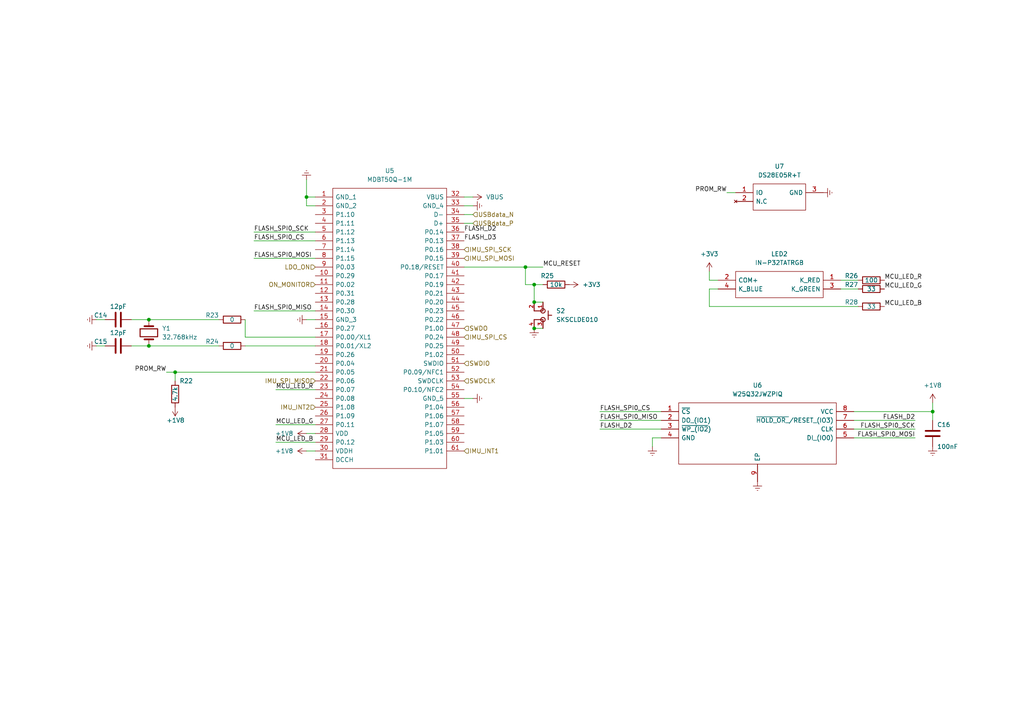
<source format=kicad_sch>
(kicad_sch (version 20211123) (generator eeschema)

  (uuid 97669c80-7ee4-4bb5-8ee6-034543ef97f4)

  (paper "A4")

  (title_block
    (date "2022-08-26")
  )

  (lib_symbols
    (symbol "DS28E05R+T:DS28E05R+T" (pin_names (offset 0.762)) (in_bom yes) (on_board yes)
      (property "Reference" "IC" (id 0) (at 21.59 7.62 0)
        (effects (font (size 1.27 1.27)) (justify left))
      )
      (property "Value" "DS28E05R+T" (id 1) (at 21.59 5.08 0)
        (effects (font (size 1.27 1.27)) (justify left))
      )
      (property "Footprint" "SOT95P237X112-3N" (id 2) (at 21.59 2.54 0)
        (effects (font (size 1.27 1.27)) (justify left) hide)
      )
      (property "Datasheet" "https://datasheets.maximintegrated.com/en/ds/DS28E05.pdf" (id 3) (at 21.59 0 0)
        (effects (font (size 1.27 1.27)) (justify left) hide)
      )
      (property "Description" "EEPROM 1-Wire 112-BYTE EEPROM" (id 4) (at 21.59 -2.54 0)
        (effects (font (size 1.27 1.27)) (justify left) hide)
      )
      (property "Height" "1.12" (id 5) (at 21.59 -5.08 0)
        (effects (font (size 1.27 1.27)) (justify left) hide)
      )
      (property "Mouser Part Number" "700-DS28E05R+T" (id 6) (at 21.59 -7.62 0)
        (effects (font (size 1.27 1.27)) (justify left) hide)
      )
      (property "Mouser Price/Stock" "https://www.mouser.co.uk/ProductDetail/Maxim-Integrated/DS28E05R%2bT?qs=FoGyQ%2FpCy0g%252BVkc25tOVnQ%3D%3D" (id 7) (at 21.59 -10.16 0)
        (effects (font (size 1.27 1.27)) (justify left) hide)
      )
      (property "Manufacturer_Name" "Maxim Integrated" (id 8) (at 21.59 -12.7 0)
        (effects (font (size 1.27 1.27)) (justify left) hide)
      )
      (property "Manufacturer_Part_Number" "DS28E05R+T" (id 9) (at 21.59 -15.24 0)
        (effects (font (size 1.27 1.27)) (justify left) hide)
      )
      (symbol "DS28E05R+T_0_0"
        (pin bidirectional line (at 0 0 0) (length 5.08)
          (name "IO" (effects (font (size 1.27 1.27))))
          (number "1" (effects (font (size 1.27 1.27))))
        )
        (pin no_connect line (at 0 -2.54 0) (length 5.08)
          (name "N.C" (effects (font (size 1.27 1.27))))
          (number "2" (effects (font (size 1.27 1.27))))
        )
        (pin power_in line (at 25.4 0 180) (length 5.08)
          (name "GND" (effects (font (size 1.27 1.27))))
          (number "3" (effects (font (size 1.27 1.27))))
        )
      )
      (symbol "DS28E05R+T_0_1"
        (polyline
          (pts
            (xy 5.08 2.54)
            (xy 20.32 2.54)
            (xy 20.32 -5.08)
            (xy 5.08 -5.08)
            (xy 5.08 2.54)
          )
          (stroke (width 0.1524) (type default) (color 0 0 0 0))
          (fill (type none))
        )
      )
    )
    (symbol "Device:C" (pin_numbers hide) (pin_names (offset 0.254)) (in_bom yes) (on_board yes)
      (property "Reference" "C" (id 0) (at 0.635 2.54 0)
        (effects (font (size 1.27 1.27)) (justify left))
      )
      (property "Value" "C" (id 1) (at 0.635 -2.54 0)
        (effects (font (size 1.27 1.27)) (justify left))
      )
      (property "Footprint" "" (id 2) (at 0.9652 -3.81 0)
        (effects (font (size 1.27 1.27)) hide)
      )
      (property "Datasheet" "~" (id 3) (at 0 0 0)
        (effects (font (size 1.27 1.27)) hide)
      )
      (property "ki_keywords" "cap capacitor" (id 4) (at 0 0 0)
        (effects (font (size 1.27 1.27)) hide)
      )
      (property "ki_description" "Unpolarized capacitor" (id 5) (at 0 0 0)
        (effects (font (size 1.27 1.27)) hide)
      )
      (property "ki_fp_filters" "C_*" (id 6) (at 0 0 0)
        (effects (font (size 1.27 1.27)) hide)
      )
      (symbol "C_0_1"
        (polyline
          (pts
            (xy -2.032 -0.762)
            (xy 2.032 -0.762)
          )
          (stroke (width 0.508) (type default) (color 0 0 0 0))
          (fill (type none))
        )
        (polyline
          (pts
            (xy -2.032 0.762)
            (xy 2.032 0.762)
          )
          (stroke (width 0.508) (type default) (color 0 0 0 0))
          (fill (type none))
        )
      )
      (symbol "C_1_1"
        (pin passive line (at 0 3.81 270) (length 2.794)
          (name "~" (effects (font (size 1.27 1.27))))
          (number "1" (effects (font (size 1.27 1.27))))
        )
        (pin passive line (at 0 -3.81 90) (length 2.794)
          (name "~" (effects (font (size 1.27 1.27))))
          (number "2" (effects (font (size 1.27 1.27))))
        )
      )
    )
    (symbol "Device:Crystal" (pin_numbers hide) (pin_names (offset 1.016) hide) (in_bom yes) (on_board yes)
      (property "Reference" "Y" (id 0) (at 0 3.81 0)
        (effects (font (size 1.27 1.27)))
      )
      (property "Value" "Crystal" (id 1) (at 0 -3.81 0)
        (effects (font (size 1.27 1.27)))
      )
      (property "Footprint" "" (id 2) (at 0 0 0)
        (effects (font (size 1.27 1.27)) hide)
      )
      (property "Datasheet" "~" (id 3) (at 0 0 0)
        (effects (font (size 1.27 1.27)) hide)
      )
      (property "ki_keywords" "quartz ceramic resonator oscillator" (id 4) (at 0 0 0)
        (effects (font (size 1.27 1.27)) hide)
      )
      (property "ki_description" "Two pin crystal" (id 5) (at 0 0 0)
        (effects (font (size 1.27 1.27)) hide)
      )
      (property "ki_fp_filters" "Crystal*" (id 6) (at 0 0 0)
        (effects (font (size 1.27 1.27)) hide)
      )
      (symbol "Crystal_0_1"
        (rectangle (start -1.143 2.54) (end 1.143 -2.54)
          (stroke (width 0.3048) (type default) (color 0 0 0 0))
          (fill (type none))
        )
        (polyline
          (pts
            (xy -2.54 0)
            (xy -1.905 0)
          )
          (stroke (width 0) (type default) (color 0 0 0 0))
          (fill (type none))
        )
        (polyline
          (pts
            (xy -1.905 -1.27)
            (xy -1.905 1.27)
          )
          (stroke (width 0.508) (type default) (color 0 0 0 0))
          (fill (type none))
        )
        (polyline
          (pts
            (xy 1.905 -1.27)
            (xy 1.905 1.27)
          )
          (stroke (width 0.508) (type default) (color 0 0 0 0))
          (fill (type none))
        )
        (polyline
          (pts
            (xy 2.54 0)
            (xy 1.905 0)
          )
          (stroke (width 0) (type default) (color 0 0 0 0))
          (fill (type none))
        )
      )
      (symbol "Crystal_1_1"
        (pin passive line (at -3.81 0 0) (length 1.27)
          (name "1" (effects (font (size 1.27 1.27))))
          (number "1" (effects (font (size 1.27 1.27))))
        )
        (pin passive line (at 3.81 0 180) (length 1.27)
          (name "2" (effects (font (size 1.27 1.27))))
          (number "2" (effects (font (size 1.27 1.27))))
        )
      )
    )
    (symbol "Device:R" (pin_numbers hide) (pin_names (offset 0)) (in_bom yes) (on_board yes)
      (property "Reference" "R" (id 0) (at 2.032 0 90)
        (effects (font (size 1.27 1.27)))
      )
      (property "Value" "R" (id 1) (at 0 0 90)
        (effects (font (size 1.27 1.27)))
      )
      (property "Footprint" "" (id 2) (at -1.778 0 90)
        (effects (font (size 1.27 1.27)) hide)
      )
      (property "Datasheet" "~" (id 3) (at 0 0 0)
        (effects (font (size 1.27 1.27)) hide)
      )
      (property "ki_keywords" "R res resistor" (id 4) (at 0 0 0)
        (effects (font (size 1.27 1.27)) hide)
      )
      (property "ki_description" "Resistor" (id 5) (at 0 0 0)
        (effects (font (size 1.27 1.27)) hide)
      )
      (property "ki_fp_filters" "R_*" (id 6) (at 0 0 0)
        (effects (font (size 1.27 1.27)) hide)
      )
      (symbol "R_0_1"
        (rectangle (start -1.016 -2.54) (end 1.016 2.54)
          (stroke (width 0.254) (type default) (color 0 0 0 0))
          (fill (type none))
        )
      )
      (symbol "R_1_1"
        (pin passive line (at 0 3.81 270) (length 1.27)
          (name "~" (effects (font (size 1.27 1.27))))
          (number "1" (effects (font (size 1.27 1.27))))
        )
        (pin passive line (at 0 -3.81 90) (length 1.27)
          (name "~" (effects (font (size 1.27 1.27))))
          (number "2" (effects (font (size 1.27 1.27))))
        )
      )
    )
    (symbol "IN-P32TATRGB:IN-P32TATRGB" (pin_names (offset 0.762)) (in_bom yes) (on_board yes)
      (property "Reference" "LED" (id 0) (at 31.75 7.62 0)
        (effects (font (size 1.27 1.27)) (justify left))
      )
      (property "Value" "IN-P32TATRGB" (id 1) (at 31.75 5.08 0)
        (effects (font (size 1.27 1.27)) (justify left))
      )
      (property "Footprint" "INP32TATRGB" (id 2) (at 31.75 2.54 0)
        (effects (font (size 1.27 1.27)) (justify left) hide)
      )
      (property "Datasheet" "http://www.inolux-corp.com/datasheet/SMDLED/RGB%20Top%20View/IN-P32TATRGB_V1.0.pdf" (id 3) (at 31.75 0 0)
        (effects (font (size 1.27 1.27)) (justify left) hide)
      )
      (property "Description" "Standard LEDs - SMD RGB LED" (id 4) (at 31.75 -2.54 0)
        (effects (font (size 1.27 1.27)) (justify left) hide)
      )
      (property "Height" "1.9" (id 5) (at 31.75 -5.08 0)
        (effects (font (size 1.27 1.27)) (justify left) hide)
      )
      (property "Mouser Part Number" "743-IN-P32TATRGB" (id 6) (at 31.75 -7.62 0)
        (effects (font (size 1.27 1.27)) (justify left) hide)
      )
      (property "Mouser Price/Stock" "https://www.mouser.co.uk/ProductDetail/Inolux/IN-P32TATRGB?qs=fAHHVMwC%252BbjKmGK7RdhY0g%3D%3D" (id 7) (at 31.75 -10.16 0)
        (effects (font (size 1.27 1.27)) (justify left) hide)
      )
      (property "Manufacturer_Name" "Inolux" (id 8) (at 31.75 -12.7 0)
        (effects (font (size 1.27 1.27)) (justify left) hide)
      )
      (property "Manufacturer_Part_Number" "IN-P32TATRGB" (id 9) (at 31.75 -15.24 0)
        (effects (font (size 1.27 1.27)) (justify left) hide)
      )
      (symbol "IN-P32TATRGB_0_0"
        (pin passive line (at 0 0 0) (length 5.08)
          (name "K_RED" (effects (font (size 1.27 1.27))))
          (number "1" (effects (font (size 1.27 1.27))))
        )
        (pin passive line (at 35.56 0 180) (length 5.08)
          (name "COM+" (effects (font (size 1.27 1.27))))
          (number "2" (effects (font (size 1.27 1.27))))
        )
        (pin passive line (at 0 -2.54 0) (length 5.08)
          (name "K_GREEN" (effects (font (size 1.27 1.27))))
          (number "3" (effects (font (size 1.27 1.27))))
        )
        (pin passive line (at 35.56 -2.54 180) (length 5.08)
          (name "K_BLUE" (effects (font (size 1.27 1.27))))
          (number "4" (effects (font (size 1.27 1.27))))
        )
      )
      (symbol "IN-P32TATRGB_0_1"
        (polyline
          (pts
            (xy 5.08 2.54)
            (xy 30.48 2.54)
            (xy 30.48 -5.08)
            (xy 5.08 -5.08)
            (xy 5.08 2.54)
          )
          (stroke (width 0.1524) (type default) (color 0 0 0 0))
          (fill (type none))
        )
      )
    )
    (symbol "MDBT50Q-1M:MDBT50Q-1M" (pin_names (offset 0.762)) (in_bom yes) (on_board yes)
      (property "Reference" "ANT" (id 0) (at 39.37 7.62 0)
        (effects (font (size 1.27 1.27)) (justify left))
      )
      (property "Value" "MDBT50Q-1M" (id 1) (at 39.37 5.08 0)
        (effects (font (size 1.27 1.27)) (justify left))
      )
      (property "Footprint" "113990583" (id 2) (at 39.37 2.54 0)
        (effects (font (size 1.27 1.27)) (justify left) hide)
      )
      (property "Datasheet" "https://datasheet.datasheetarchive.com/originals/distributors/Datasheets_SAMA/b68cf60afd82ec562a72390597610b65.pdf" (id 3) (at 39.37 0 0)
        (effects (font (size 1.27 1.27)) (justify left) hide)
      )
      (property "Description" "Bluetooth Modules (802.15.1) MDBT50Q-P1M nRF52840 Based BLE Module" (id 4) (at 39.37 -2.54 0)
        (effects (font (size 1.27 1.27)) (justify left) hide)
      )
      (property "Height" "2.2" (id 5) (at 39.37 -5.08 0)
        (effects (font (size 1.27 1.27)) (justify left) hide)
      )
      (property "Mouser Part Number" "713-113990583" (id 6) (at 39.37 -7.62 0)
        (effects (font (size 1.27 1.27)) (justify left) hide)
      )
      (property "Mouser Price/Stock" "https://www.mouser.co.uk/ProductDetail/Seeed-Studio/113990583?qs=0lSvoLzn4L%252Bgp1qNI%2FesgQ%3D%3D" (id 7) (at 39.37 -10.16 0)
        (effects (font (size 1.27 1.27)) (justify left) hide)
      )
      (property "Manufacturer_Name" "Seeed Studio" (id 8) (at 39.37 -12.7 0)
        (effects (font (size 1.27 1.27)) (justify left) hide)
      )
      (property "Manufacturer_Part_Number" "113990583" (id 9) (at 39.37 -15.24 0)
        (effects (font (size 1.27 1.27)) (justify left) hide)
      )
      (symbol "MDBT50Q-1M_0_0"
        (pin passive line (at 0 0 0) (length 5.08)
          (name "GND_1" (effects (font (size 1.27 1.27))))
          (number "1" (effects (font (size 1.27 1.27))))
        )
        (pin passive line (at 0 -22.86 0) (length 5.08)
          (name "P0.29" (effects (font (size 1.27 1.27))))
          (number "10" (effects (font (size 1.27 1.27))))
        )
        (pin passive line (at 0 -25.4 0) (length 5.08)
          (name "P0.02" (effects (font (size 1.27 1.27))))
          (number "11" (effects (font (size 1.27 1.27))))
        )
        (pin passive line (at 0 -27.94 0) (length 5.08)
          (name "P0.31" (effects (font (size 1.27 1.27))))
          (number "12" (effects (font (size 1.27 1.27))))
        )
        (pin passive line (at 0 -30.48 0) (length 5.08)
          (name "P0.28" (effects (font (size 1.27 1.27))))
          (number "13" (effects (font (size 1.27 1.27))))
        )
        (pin passive line (at 0 -33.02 0) (length 5.08)
          (name "P0.30" (effects (font (size 1.27 1.27))))
          (number "14" (effects (font (size 1.27 1.27))))
        )
        (pin passive line (at 0 -35.56 0) (length 5.08)
          (name "GND_3" (effects (font (size 1.27 1.27))))
          (number "15" (effects (font (size 1.27 1.27))))
        )
        (pin passive line (at 0 -38.1 0) (length 5.08)
          (name "P0.27" (effects (font (size 1.27 1.27))))
          (number "16" (effects (font (size 1.27 1.27))))
        )
        (pin passive line (at 0 -40.64 0) (length 5.08)
          (name "P0.00/XL1" (effects (font (size 1.27 1.27))))
          (number "17" (effects (font (size 1.27 1.27))))
        )
        (pin passive line (at 0 -43.18 0) (length 5.08)
          (name "P0.01/XL2" (effects (font (size 1.27 1.27))))
          (number "18" (effects (font (size 1.27 1.27))))
        )
        (pin passive line (at 0 -45.72 0) (length 5.08)
          (name "P0.26" (effects (font (size 1.27 1.27))))
          (number "19" (effects (font (size 1.27 1.27))))
        )
        (pin passive line (at 0 -2.54 0) (length 5.08)
          (name "GND_2" (effects (font (size 1.27 1.27))))
          (number "2" (effects (font (size 1.27 1.27))))
        )
        (pin passive line (at 0 -48.26 0) (length 5.08)
          (name "P0.04" (effects (font (size 1.27 1.27))))
          (number "20" (effects (font (size 1.27 1.27))))
        )
        (pin passive line (at 0 -50.8 0) (length 5.08)
          (name "P0.05" (effects (font (size 1.27 1.27))))
          (number "21" (effects (font (size 1.27 1.27))))
        )
        (pin passive line (at 0 -53.34 0) (length 5.08)
          (name "P0.06" (effects (font (size 1.27 1.27))))
          (number "22" (effects (font (size 1.27 1.27))))
        )
        (pin passive line (at 0 -55.88 0) (length 5.08)
          (name "P0.07" (effects (font (size 1.27 1.27))))
          (number "23" (effects (font (size 1.27 1.27))))
        )
        (pin passive line (at 0 -58.42 0) (length 5.08)
          (name "P0.08" (effects (font (size 1.27 1.27))))
          (number "24" (effects (font (size 1.27 1.27))))
        )
        (pin passive line (at 0 -60.96 0) (length 5.08)
          (name "P1.08" (effects (font (size 1.27 1.27))))
          (number "25" (effects (font (size 1.27 1.27))))
        )
        (pin passive line (at 0 -63.5 0) (length 5.08)
          (name "P1.09" (effects (font (size 1.27 1.27))))
          (number "26" (effects (font (size 1.27 1.27))))
        )
        (pin passive line (at 0 -66.04 0) (length 5.08)
          (name "P0.11" (effects (font (size 1.27 1.27))))
          (number "27" (effects (font (size 1.27 1.27))))
        )
        (pin passive line (at 0 -68.58 0) (length 5.08)
          (name "VDD" (effects (font (size 1.27 1.27))))
          (number "28" (effects (font (size 1.27 1.27))))
        )
        (pin passive line (at 0 -71.12 0) (length 5.08)
          (name "P0.12" (effects (font (size 1.27 1.27))))
          (number "29" (effects (font (size 1.27 1.27))))
        )
        (pin passive line (at 0 -5.08 0) (length 5.08)
          (name "P1.10" (effects (font (size 1.27 1.27))))
          (number "3" (effects (font (size 1.27 1.27))))
        )
        (pin passive line (at 0 -73.66 0) (length 5.08)
          (name "VDDH" (effects (font (size 1.27 1.27))))
          (number "30" (effects (font (size 1.27 1.27))))
        )
        (pin passive line (at 0 -76.2 0) (length 5.08)
          (name "DCCH" (effects (font (size 1.27 1.27))))
          (number "31" (effects (font (size 1.27 1.27))))
        )
        (pin passive line (at 43.18 0 180) (length 5.08)
          (name "VBUS" (effects (font (size 1.27 1.27))))
          (number "32" (effects (font (size 1.27 1.27))))
        )
        (pin passive line (at 43.18 -2.54 180) (length 5.08)
          (name "GND_4" (effects (font (size 1.27 1.27))))
          (number "33" (effects (font (size 1.27 1.27))))
        )
        (pin passive line (at 43.18 -5.08 180) (length 5.08)
          (name "D-" (effects (font (size 1.27 1.27))))
          (number "34" (effects (font (size 1.27 1.27))))
        )
        (pin passive line (at 43.18 -7.62 180) (length 5.08)
          (name "D+" (effects (font (size 1.27 1.27))))
          (number "35" (effects (font (size 1.27 1.27))))
        )
        (pin passive line (at 43.18 -10.16 180) (length 5.08)
          (name "P0.14" (effects (font (size 1.27 1.27))))
          (number "36" (effects (font (size 1.27 1.27))))
        )
        (pin passive line (at 43.18 -12.7 180) (length 5.08)
          (name "P0.13" (effects (font (size 1.27 1.27))))
          (number "37" (effects (font (size 1.27 1.27))))
        )
        (pin passive line (at 43.18 -15.24 180) (length 5.08)
          (name "P0.16" (effects (font (size 1.27 1.27))))
          (number "38" (effects (font (size 1.27 1.27))))
        )
        (pin passive line (at 43.18 -17.78 180) (length 5.08)
          (name "P0.15" (effects (font (size 1.27 1.27))))
          (number "39" (effects (font (size 1.27 1.27))))
        )
        (pin passive line (at 0 -7.62 0) (length 5.08)
          (name "P1.11" (effects (font (size 1.27 1.27))))
          (number "4" (effects (font (size 1.27 1.27))))
        )
        (pin passive line (at 43.18 -20.32 180) (length 5.08)
          (name "P0.18/RESET" (effects (font (size 1.27 1.27))))
          (number "40" (effects (font (size 1.27 1.27))))
        )
        (pin passive line (at 43.18 -22.86 180) (length 5.08)
          (name "P0.17" (effects (font (size 1.27 1.27))))
          (number "41" (effects (font (size 1.27 1.27))))
        )
        (pin passive line (at 43.18 -25.4 180) (length 5.08)
          (name "P0.19" (effects (font (size 1.27 1.27))))
          (number "42" (effects (font (size 1.27 1.27))))
        )
        (pin passive line (at 43.18 -27.94 180) (length 5.08)
          (name "P0.21" (effects (font (size 1.27 1.27))))
          (number "43" (effects (font (size 1.27 1.27))))
        )
        (pin passive line (at 43.18 -30.48 180) (length 5.08)
          (name "P0.20" (effects (font (size 1.27 1.27))))
          (number "44" (effects (font (size 1.27 1.27))))
        )
        (pin passive line (at 43.18 -33.02 180) (length 5.08)
          (name "P0.23" (effects (font (size 1.27 1.27))))
          (number "45" (effects (font (size 1.27 1.27))))
        )
        (pin passive line (at 43.18 -35.56 180) (length 5.08)
          (name "P0.22" (effects (font (size 1.27 1.27))))
          (number "46" (effects (font (size 1.27 1.27))))
        )
        (pin passive line (at 43.18 -38.1 180) (length 5.08)
          (name "P1.00" (effects (font (size 1.27 1.27))))
          (number "47" (effects (font (size 1.27 1.27))))
        )
        (pin passive line (at 43.18 -40.64 180) (length 5.08)
          (name "P0.24" (effects (font (size 1.27 1.27))))
          (number "48" (effects (font (size 1.27 1.27))))
        )
        (pin passive line (at 43.18 -43.18 180) (length 5.08)
          (name "P0.25" (effects (font (size 1.27 1.27))))
          (number "49" (effects (font (size 1.27 1.27))))
        )
        (pin passive line (at 0 -10.16 0) (length 5.08)
          (name "P1.12" (effects (font (size 1.27 1.27))))
          (number "5" (effects (font (size 1.27 1.27))))
        )
        (pin passive line (at 43.18 -45.72 180) (length 5.08)
          (name "P1.02" (effects (font (size 1.27 1.27))))
          (number "50" (effects (font (size 1.27 1.27))))
        )
        (pin passive line (at 43.18 -48.26 180) (length 5.08)
          (name "SWDIO" (effects (font (size 1.27 1.27))))
          (number "51" (effects (font (size 1.27 1.27))))
        )
        (pin passive line (at 43.18 -50.8 180) (length 5.08)
          (name "P0.09/NFC1" (effects (font (size 1.27 1.27))))
          (number "52" (effects (font (size 1.27 1.27))))
        )
        (pin passive line (at 43.18 -53.34 180) (length 5.08)
          (name "SWDCLK" (effects (font (size 1.27 1.27))))
          (number "53" (effects (font (size 1.27 1.27))))
        )
        (pin passive line (at 43.18 -55.88 180) (length 5.08)
          (name "P0.10/NFC2" (effects (font (size 1.27 1.27))))
          (number "54" (effects (font (size 1.27 1.27))))
        )
        (pin passive line (at 43.18 -58.42 180) (length 5.08)
          (name "GND_5" (effects (font (size 1.27 1.27))))
          (number "55" (effects (font (size 1.27 1.27))))
        )
        (pin passive line (at 43.18 -60.96 180) (length 5.08)
          (name "P1.04" (effects (font (size 1.27 1.27))))
          (number "56" (effects (font (size 1.27 1.27))))
        )
        (pin passive line (at 43.18 -63.5 180) (length 5.08)
          (name "P1.06" (effects (font (size 1.27 1.27))))
          (number "57" (effects (font (size 1.27 1.27))))
        )
        (pin passive line (at 43.18 -66.04 180) (length 5.08)
          (name "P1.07" (effects (font (size 1.27 1.27))))
          (number "58" (effects (font (size 1.27 1.27))))
        )
        (pin passive line (at 43.18 -68.58 180) (length 5.08)
          (name "P1.05" (effects (font (size 1.27 1.27))))
          (number "59" (effects (font (size 1.27 1.27))))
        )
        (pin passive line (at 0 -12.7 0) (length 5.08)
          (name "P1.13" (effects (font (size 1.27 1.27))))
          (number "6" (effects (font (size 1.27 1.27))))
        )
        (pin passive line (at 43.18 -71.12 180) (length 5.08)
          (name "P1.03" (effects (font (size 1.27 1.27))))
          (number "60" (effects (font (size 1.27 1.27))))
        )
        (pin passive line (at 43.18 -73.66 180) (length 5.08)
          (name "P1.01" (effects (font (size 1.27 1.27))))
          (number "61" (effects (font (size 1.27 1.27))))
        )
        (pin passive line (at 0 -15.24 0) (length 5.08)
          (name "P1.14" (effects (font (size 1.27 1.27))))
          (number "7" (effects (font (size 1.27 1.27))))
        )
        (pin passive line (at 0 -17.78 0) (length 5.08)
          (name "P1.15" (effects (font (size 1.27 1.27))))
          (number "8" (effects (font (size 1.27 1.27))))
        )
        (pin passive line (at 0 -20.32 0) (length 5.08)
          (name "P0.03" (effects (font (size 1.27 1.27))))
          (number "9" (effects (font (size 1.27 1.27))))
        )
      )
      (symbol "MDBT50Q-1M_0_1"
        (polyline
          (pts
            (xy 5.08 2.54)
            (xy 38.1 2.54)
            (xy 38.1 -78.74)
            (xy 5.08 -78.74)
            (xy 5.08 2.54)
          )
          (stroke (width 0.1524) (type default) (color 0 0 0 0))
          (fill (type none))
        )
      )
    )
    (symbol "SKSCLDE010:SKSCLDE010" (pin_names (offset 1.016) hide) (in_bom yes) (on_board yes)
      (property "Reference" "B" (id 0) (at -5.08 3.81 0)
        (effects (font (size 1.27 1.27)) (justify left bottom))
      )
      (property "Value" "SKSCLDE010" (id 1) (at -5.08 -5.08 0)
        (effects (font (size 1.27 1.27)) (justify left bottom))
      )
      (property "Footprint" "SKSCLDE010" (id 2) (at 0 0 0)
        (effects (font (size 1.27 1.27)) (justify left bottom) hide)
      )
      (property "Datasheet" "" (id 3) (at 0 0 0)
        (effects (font (size 1.27 1.27)) (justify left bottom) hide)
      )
      (property "ki_locked" "" (id 4) (at 0 0 0)
        (effects (font (size 1.27 1.27)))
      )
      (symbol "SKSCLDE010_0_0"
        (circle (center -2.54 0) (radius 0.635)
          (stroke (width 0.254) (type default) (color 0 0 0 0))
          (fill (type none))
        )
        (polyline
          (pts
            (xy -5.08 0)
            (xy -2.54 0)
          )
          (stroke (width 0.254) (type default) (color 0 0 0 0))
          (fill (type none))
        )
        (polyline
          (pts
            (xy -2.54 -2.54)
            (xy -5.08 -2.54)
          )
          (stroke (width 0.254) (type default) (color 0 0 0 0))
          (fill (type none))
        )
        (polyline
          (pts
            (xy -2.54 0)
            (xy -2.54 -2.54)
          )
          (stroke (width 0.254) (type default) (color 0 0 0 0))
          (fill (type none))
        )
        (polyline
          (pts
            (xy -2.54 1.524)
            (xy -1.27 1.524)
          )
          (stroke (width 0.254) (type default) (color 0 0 0 0))
          (fill (type none))
        )
        (polyline
          (pts
            (xy -1.27 1.524)
            (xy -1.27 2.54)
          )
          (stroke (width 0.254) (type default) (color 0 0 0 0))
          (fill (type none))
        )
        (polyline
          (pts
            (xy -1.27 1.524)
            (xy 0 1.524)
          )
          (stroke (width 0.254) (type default) (color 0 0 0 0))
          (fill (type none))
        )
        (polyline
          (pts
            (xy 0 -2.54)
            (xy 2.54 -2.54)
          )
          (stroke (width 0.254) (type default) (color 0 0 0 0))
          (fill (type none))
        )
        (polyline
          (pts
            (xy 0 0)
            (xy 0 -2.54)
          )
          (stroke (width 0.254) (type default) (color 0 0 0 0))
          (fill (type none))
        )
        (polyline
          (pts
            (xy 2.54 0)
            (xy 0 0)
          )
          (stroke (width 0.254) (type default) (color 0 0 0 0))
          (fill (type none))
        )
        (circle (center 0 0) (radius 0.635)
          (stroke (width 0.254) (type default) (color 0 0 0 0))
          (fill (type none))
        )
        (pin bidirectional line (at -5.08 0 0) (length 2.54)
          (name "~" (effects (font (size 1.016 1.016))))
          (number "1" (effects (font (size 1.016 1.016))))
        )
        (pin bidirectional line (at -5.08 -2.54 0) (length 2.54)
          (name "~" (effects (font (size 1.016 1.016))))
          (number "2" (effects (font (size 1.016 1.016))))
        )
        (pin bidirectional line (at 2.54 0 180) (length 2.54)
          (name "~" (effects (font (size 1.016 1.016))))
          (number "3" (effects (font (size 1.016 1.016))))
        )
        (pin bidirectional line (at 2.54 -2.54 180) (length 2.54)
          (name "~" (effects (font (size 1.016 1.016))))
          (number "4" (effects (font (size 1.016 1.016))))
        )
      )
    )
    (symbol "W25Q32JWZPIQ:W25Q32JWZPIQ" (pin_names (offset 0.762)) (in_bom yes) (on_board yes)
      (property "Reference" "IC" (id 0) (at 52.07 7.62 0)
        (effects (font (size 1.27 1.27)) (justify left))
      )
      (property "Value" "W25Q32JWZPIQ" (id 1) (at 52.07 5.08 0)
        (effects (font (size 1.27 1.27)) (justify left))
      )
      (property "Footprint" "SON127P600X500X80-9N-D" (id 2) (at 52.07 2.54 0)
        (effects (font (size 1.27 1.27)) (justify left) hide)
      )
      (property "Datasheet" "https://componentsearchengine.com/Datasheets/1/W25Q32JWZPIQ.pdf" (id 3) (at 52.07 0 0)
        (effects (font (size 1.27 1.27)) (justify left) hide)
      )
      (property "Description" "NOR Flash" (id 4) (at 52.07 -2.54 0)
        (effects (font (size 1.27 1.27)) (justify left) hide)
      )
      (property "Height" "0.8" (id 5) (at 52.07 -5.08 0)
        (effects (font (size 1.27 1.27)) (justify left) hide)
      )
      (property "Mouser Part Number" "454-W25Q32JWZPIQ" (id 6) (at 52.07 -7.62 0)
        (effects (font (size 1.27 1.27)) (justify left) hide)
      )
      (property "Mouser Price/Stock" "https://www.mouser.co.uk/ProductDetail/Winbond/W25Q32JWZPIQ?qs=qSfuJ%252Bfl%2Fd6ClextVgf8%252Bg%3D%3D" (id 7) (at 52.07 -10.16 0)
        (effects (font (size 1.27 1.27)) (justify left) hide)
      )
      (property "Manufacturer_Name" "Winbond" (id 8) (at 52.07 -12.7 0)
        (effects (font (size 1.27 1.27)) (justify left) hide)
      )
      (property "Manufacturer_Part_Number" "W25Q32JWZPIQ" (id 9) (at 52.07 -15.24 0)
        (effects (font (size 1.27 1.27)) (justify left) hide)
      )
      (symbol "W25Q32JWZPIQ_0_0"
        (pin passive line (at 0 0 0) (length 5.08)
          (name "~{CS}" (effects (font (size 1.27 1.27))))
          (number "1" (effects (font (size 1.27 1.27))))
        )
        (pin passive line (at 0 -2.54 0) (length 5.08)
          (name "DO_(IO1)" (effects (font (size 1.27 1.27))))
          (number "2" (effects (font (size 1.27 1.27))))
        )
        (pin passive line (at 0 -5.08 0) (length 5.08)
          (name "~{WP_(IO2})" (effects (font (size 1.27 1.27))))
          (number "3" (effects (font (size 1.27 1.27))))
        )
        (pin passive line (at 0 -7.62 0) (length 5.08)
          (name "GND" (effects (font (size 1.27 1.27))))
          (number "4" (effects (font (size 1.27 1.27))))
        )
        (pin passive line (at 55.88 -7.62 180) (length 5.08)
          (name "DI_(IO0)" (effects (font (size 1.27 1.27))))
          (number "5" (effects (font (size 1.27 1.27))))
        )
        (pin passive line (at 55.88 -5.08 180) (length 5.08)
          (name "CLK" (effects (font (size 1.27 1.27))))
          (number "6" (effects (font (size 1.27 1.27))))
        )
        (pin passive line (at 55.88 -2.54 180) (length 5.08)
          (name "~{HOLD_OR_}/RESET_(IO3)" (effects (font (size 1.27 1.27))))
          (number "7" (effects (font (size 1.27 1.27))))
        )
        (pin passive line (at 55.88 0 180) (length 5.08)
          (name "VCC" (effects (font (size 1.27 1.27))))
          (number "8" (effects (font (size 1.27 1.27))))
        )
        (pin passive line (at 27.94 -20.32 90) (length 5.08)
          (name "EP" (effects (font (size 1.27 1.27))))
          (number "9" (effects (font (size 1.27 1.27))))
        )
      )
      (symbol "W25Q32JWZPIQ_0_1"
        (polyline
          (pts
            (xy 5.08 2.54)
            (xy 50.8 2.54)
            (xy 50.8 -15.24)
            (xy 5.08 -15.24)
            (xy 5.08 2.54)
          )
          (stroke (width 0.1524) (type default) (color 0 0 0 0))
          (fill (type none))
        )
      )
    )
    (symbol "power:+1V8" (power) (pin_names (offset 0)) (in_bom yes) (on_board yes)
      (property "Reference" "#PWR" (id 0) (at 0 -3.81 0)
        (effects (font (size 1.27 1.27)) hide)
      )
      (property "Value" "+1V8" (id 1) (at 0 3.556 0)
        (effects (font (size 1.27 1.27)))
      )
      (property "Footprint" "" (id 2) (at 0 0 0)
        (effects (font (size 1.27 1.27)) hide)
      )
      (property "Datasheet" "" (id 3) (at 0 0 0)
        (effects (font (size 1.27 1.27)) hide)
      )
      (property "ki_keywords" "power-flag" (id 4) (at 0 0 0)
        (effects (font (size 1.27 1.27)) hide)
      )
      (property "ki_description" "Power symbol creates a global label with name \"+1V8\"" (id 5) (at 0 0 0)
        (effects (font (size 1.27 1.27)) hide)
      )
      (symbol "+1V8_0_1"
        (polyline
          (pts
            (xy -0.762 1.27)
            (xy 0 2.54)
          )
          (stroke (width 0) (type default) (color 0 0 0 0))
          (fill (type none))
        )
        (polyline
          (pts
            (xy 0 0)
            (xy 0 2.54)
          )
          (stroke (width 0) (type default) (color 0 0 0 0))
          (fill (type none))
        )
        (polyline
          (pts
            (xy 0 2.54)
            (xy 0.762 1.27)
          )
          (stroke (width 0) (type default) (color 0 0 0 0))
          (fill (type none))
        )
      )
      (symbol "+1V8_1_1"
        (pin power_in line (at 0 0 90) (length 0) hide
          (name "+1V8" (effects (font (size 1.27 1.27))))
          (number "1" (effects (font (size 1.27 1.27))))
        )
      )
    )
    (symbol "power:+3V3" (power) (pin_names (offset 0)) (in_bom yes) (on_board yes)
      (property "Reference" "#PWR" (id 0) (at 0 -3.81 0)
        (effects (font (size 1.27 1.27)) hide)
      )
      (property "Value" "+3V3" (id 1) (at 0 3.556 0)
        (effects (font (size 1.27 1.27)))
      )
      (property "Footprint" "" (id 2) (at 0 0 0)
        (effects (font (size 1.27 1.27)) hide)
      )
      (property "Datasheet" "" (id 3) (at 0 0 0)
        (effects (font (size 1.27 1.27)) hide)
      )
      (property "ki_keywords" "power-flag" (id 4) (at 0 0 0)
        (effects (font (size 1.27 1.27)) hide)
      )
      (property "ki_description" "Power symbol creates a global label with name \"+3V3\"" (id 5) (at 0 0 0)
        (effects (font (size 1.27 1.27)) hide)
      )
      (symbol "+3V3_0_1"
        (polyline
          (pts
            (xy -0.762 1.27)
            (xy 0 2.54)
          )
          (stroke (width 0) (type default) (color 0 0 0 0))
          (fill (type none))
        )
        (polyline
          (pts
            (xy 0 0)
            (xy 0 2.54)
          )
          (stroke (width 0) (type default) (color 0 0 0 0))
          (fill (type none))
        )
        (polyline
          (pts
            (xy 0 2.54)
            (xy 0.762 1.27)
          )
          (stroke (width 0) (type default) (color 0 0 0 0))
          (fill (type none))
        )
      )
      (symbol "+3V3_1_1"
        (pin power_in line (at 0 0 90) (length 0) hide
          (name "+3V3" (effects (font (size 1.27 1.27))))
          (number "1" (effects (font (size 1.27 1.27))))
        )
      )
    )
    (symbol "power:Earth" (power) (pin_names (offset 0)) (in_bom yes) (on_board yes)
      (property "Reference" "#PWR" (id 0) (at 0 -6.35 0)
        (effects (font (size 1.27 1.27)) hide)
      )
      (property "Value" "Earth" (id 1) (at 0 -3.81 0)
        (effects (font (size 1.27 1.27)) hide)
      )
      (property "Footprint" "" (id 2) (at 0 0 0)
        (effects (font (size 1.27 1.27)) hide)
      )
      (property "Datasheet" "~" (id 3) (at 0 0 0)
        (effects (font (size 1.27 1.27)) hide)
      )
      (property "ki_keywords" "power-flag ground gnd" (id 4) (at 0 0 0)
        (effects (font (size 1.27 1.27)) hide)
      )
      (property "ki_description" "Power symbol creates a global label with name \"Earth\"" (id 5) (at 0 0 0)
        (effects (font (size 1.27 1.27)) hide)
      )
      (symbol "Earth_0_1"
        (polyline
          (pts
            (xy -0.635 -1.905)
            (xy 0.635 -1.905)
          )
          (stroke (width 0) (type default) (color 0 0 0 0))
          (fill (type none))
        )
        (polyline
          (pts
            (xy -0.127 -2.54)
            (xy 0.127 -2.54)
          )
          (stroke (width 0) (type default) (color 0 0 0 0))
          (fill (type none))
        )
        (polyline
          (pts
            (xy 0 -1.27)
            (xy 0 0)
          )
          (stroke (width 0) (type default) (color 0 0 0 0))
          (fill (type none))
        )
        (polyline
          (pts
            (xy 1.27 -1.27)
            (xy -1.27 -1.27)
          )
          (stroke (width 0) (type default) (color 0 0 0 0))
          (fill (type none))
        )
      )
      (symbol "Earth_1_1"
        (pin power_in line (at 0 0 270) (length 0) hide
          (name "Earth" (effects (font (size 1.27 1.27))))
          (number "1" (effects (font (size 1.27 1.27))))
        )
      )
    )
    (symbol "power:VBUS" (power) (pin_names (offset 0)) (in_bom yes) (on_board yes)
      (property "Reference" "#PWR" (id 0) (at 0 -3.81 0)
        (effects (font (size 1.27 1.27)) hide)
      )
      (property "Value" "VBUS" (id 1) (at 0 3.81 0)
        (effects (font (size 1.27 1.27)))
      )
      (property "Footprint" "" (id 2) (at 0 0 0)
        (effects (font (size 1.27 1.27)) hide)
      )
      (property "Datasheet" "" (id 3) (at 0 0 0)
        (effects (font (size 1.27 1.27)) hide)
      )
      (property "ki_keywords" "power-flag" (id 4) (at 0 0 0)
        (effects (font (size 1.27 1.27)) hide)
      )
      (property "ki_description" "Power symbol creates a global label with name \"VBUS\"" (id 5) (at 0 0 0)
        (effects (font (size 1.27 1.27)) hide)
      )
      (symbol "VBUS_0_1"
        (polyline
          (pts
            (xy -0.762 1.27)
            (xy 0 2.54)
          )
          (stroke (width 0) (type default) (color 0 0 0 0))
          (fill (type none))
        )
        (polyline
          (pts
            (xy 0 0)
            (xy 0 2.54)
          )
          (stroke (width 0) (type default) (color 0 0 0 0))
          (fill (type none))
        )
        (polyline
          (pts
            (xy 0 2.54)
            (xy 0.762 1.27)
          )
          (stroke (width 0) (type default) (color 0 0 0 0))
          (fill (type none))
        )
      )
      (symbol "VBUS_1_1"
        (pin power_in line (at 0 0 90) (length 0) hide
          (name "VBUS" (effects (font (size 1.27 1.27))))
          (number "1" (effects (font (size 1.27 1.27))))
        )
      )
    )
  )

  (junction (at 88.9 57.15) (diameter 0) (color 0 0 0 0)
    (uuid 12a0d7ea-04e7-47af-862f-02fcbc8101ce)
  )
  (junction (at 270.51 119.38) (diameter 0) (color 0 0 0 0)
    (uuid 254920a3-58b0-4eb2-9438-b8f432e647df)
  )
  (junction (at 50.8 107.95) (diameter 0) (color 0 0 0 0)
    (uuid 3cc20238-480c-4d2f-a847-f402f7c98793)
  )
  (junction (at 43.18 100.33) (diameter 0) (color 0 0 0 0)
    (uuid 745c7e23-e26d-4aa7-817d-231b28a608c7)
  )
  (junction (at 152.4 77.47) (diameter 0) (color 0 0 0 0)
    (uuid 9cfda4ce-a4e6-4a25-a468-4b0987cfa711)
  )
  (junction (at 154.94 95.25) (diameter 0) (color 0 0 0 0)
    (uuid a3b2059f-937b-4a5e-a073-cab12ee00370)
  )
  (junction (at 154.94 87.63) (diameter 0) (color 0 0 0 0)
    (uuid f2245e4a-35c8-4b19-b44e-75a898b7e443)
  )
  (junction (at 154.94 82.55) (diameter 0) (color 0 0 0 0)
    (uuid fb87ba43-c9ad-48e1-b297-6989ea2275cb)
  )
  (junction (at 43.18 92.71) (diameter 0) (color 0 0 0 0)
    (uuid fe50a41c-c961-4036-b506-d9883447387c)
  )

  (wire (pts (xy 270.51 116.84) (xy 270.51 119.38))
    (stroke (width 0) (type default) (color 0 0 0 0))
    (uuid 07c308b9-245b-4b35-82d1-ef8b2126d0f4)
  )
  (wire (pts (xy 88.9 59.69) (xy 88.9 57.15))
    (stroke (width 0) (type default) (color 0 0 0 0))
    (uuid 0c2fd6d6-2910-439e-bbcf-20cb3419f937)
  )
  (wire (pts (xy 173.99 121.92) (xy 191.77 121.92))
    (stroke (width 0) (type default) (color 0 0 0 0))
    (uuid 0cabd6d5-1545-4f27-8be8-8abd4fab5e3a)
  )
  (wire (pts (xy 134.62 77.47) (xy 152.4 77.47))
    (stroke (width 0) (type default) (color 0 0 0 0))
    (uuid 0f48f8cb-21f9-4b4f-aed1-3449d2e97a01)
  )
  (wire (pts (xy 91.44 97.79) (xy 71.12 97.79))
    (stroke (width 0) (type default) (color 0 0 0 0))
    (uuid 1163a7ed-6778-41e4-89b9-380eed5783c9)
  )
  (wire (pts (xy 247.65 119.38) (xy 270.51 119.38))
    (stroke (width 0) (type default) (color 0 0 0 0))
    (uuid 1214f7cb-6ca4-4d5d-a47b-2e8ab551d032)
  )
  (wire (pts (xy 270.51 119.38) (xy 270.51 121.92))
    (stroke (width 0) (type default) (color 0 0 0 0))
    (uuid 1420c08d-8059-467a-8287-05ead43b56b5)
  )
  (wire (pts (xy 27.94 92.71) (xy 30.48 92.71))
    (stroke (width 0) (type default) (color 0 0 0 0))
    (uuid 1543d694-a9ff-4757-bdcd-7b5c94fb3b9c)
  )
  (wire (pts (xy 154.94 82.55) (xy 154.94 87.63))
    (stroke (width 0) (type default) (color 0 0 0 0))
    (uuid 1a294e56-8bbb-4d4d-b477-01144f580492)
  )
  (wire (pts (xy 80.01 113.03) (xy 91.44 113.03))
    (stroke (width 0) (type default) (color 0 0 0 0))
    (uuid 24f9fd1e-e4f1-49c1-86a0-40ba87e31819)
  )
  (wire (pts (xy 134.62 62.23) (xy 137.16 62.23))
    (stroke (width 0) (type default) (color 0 0 0 0))
    (uuid 2caa6854-09b5-430b-9c6d-e39ff917e26a)
  )
  (wire (pts (xy 134.62 115.57) (xy 137.16 115.57))
    (stroke (width 0) (type default) (color 0 0 0 0))
    (uuid 2f252168-fdd3-490b-ae1c-0b216150e8e9)
  )
  (wire (pts (xy 134.62 64.77) (xy 137.16 64.77))
    (stroke (width 0) (type default) (color 0 0 0 0))
    (uuid 33286c34-1c27-4dc7-a017-3a38e0640bcf)
  )
  (wire (pts (xy 189.23 127) (xy 191.77 127))
    (stroke (width 0) (type default) (color 0 0 0 0))
    (uuid 333bb487-88ad-4074-bf02-3a337b2f9252)
  )
  (wire (pts (xy 247.65 127) (xy 265.43 127))
    (stroke (width 0) (type default) (color 0 0 0 0))
    (uuid 34989f07-7a45-4c95-aa7d-ecb610b021ca)
  )
  (wire (pts (xy 205.74 81.28) (xy 208.28 81.28))
    (stroke (width 0) (type default) (color 0 0 0 0))
    (uuid 3bc3c44d-18c2-40d5-aa08-7deaa9925cab)
  )
  (wire (pts (xy 243.84 83.82) (xy 248.92 83.82))
    (stroke (width 0) (type default) (color 0 0 0 0))
    (uuid 3bf6d76d-992c-4d8f-80ef-4b004dd393ad)
  )
  (wire (pts (xy 134.62 59.69) (xy 137.16 59.69))
    (stroke (width 0) (type default) (color 0 0 0 0))
    (uuid 3de4bebd-8884-4cc3-a332-e5f98d05fe35)
  )
  (wire (pts (xy 27.94 100.33) (xy 30.48 100.33))
    (stroke (width 0) (type default) (color 0 0 0 0))
    (uuid 3e269ea7-a285-45be-bb6e-b527778eb33a)
  )
  (wire (pts (xy 88.9 125.73) (xy 91.44 125.73))
    (stroke (width 0) (type default) (color 0 0 0 0))
    (uuid 3ee2e012-e427-47c6-8b2d-fa2e566783d7)
  )
  (wire (pts (xy 73.66 69.85) (xy 91.44 69.85))
    (stroke (width 0) (type default) (color 0 0 0 0))
    (uuid 44ae1cdb-5cf0-40fb-98ef-cb2aee1d1706)
  )
  (wire (pts (xy 50.8 107.95) (xy 50.8 110.49))
    (stroke (width 0) (type default) (color 0 0 0 0))
    (uuid 4f3b9f51-4d54-4cc9-bdf2-5da5c433e69e)
  )
  (wire (pts (xy 154.94 82.55) (xy 152.4 82.55))
    (stroke (width 0) (type default) (color 0 0 0 0))
    (uuid 501aeea6-b940-4c1b-8e1e-a6b6c3ffac6b)
  )
  (wire (pts (xy 154.94 95.25) (xy 157.48 95.25))
    (stroke (width 0) (type default) (color 0 0 0 0))
    (uuid 59685b10-dd5d-4679-b4d2-f9bb0cd563a5)
  )
  (wire (pts (xy 173.99 119.38) (xy 191.77 119.38))
    (stroke (width 0) (type default) (color 0 0 0 0))
    (uuid 5bc4a73a-b9a7-42ea-880d-38eb20f72973)
  )
  (wire (pts (xy 73.66 90.17) (xy 91.44 90.17))
    (stroke (width 0) (type default) (color 0 0 0 0))
    (uuid 60efb045-4cf2-4cbb-b003-503f66f68f92)
  )
  (wire (pts (xy 71.12 92.71) (xy 71.12 97.79))
    (stroke (width 0) (type default) (color 0 0 0 0))
    (uuid 650723a5-38a5-454f-a0e2-8a6dadfd293d)
  )
  (wire (pts (xy 88.9 130.81) (xy 91.44 130.81))
    (stroke (width 0) (type default) (color 0 0 0 0))
    (uuid 6dd8cdbc-53eb-499f-a081-c2ab30331615)
  )
  (wire (pts (xy 243.84 81.28) (xy 248.92 81.28))
    (stroke (width 0) (type default) (color 0 0 0 0))
    (uuid 75b1ae90-228e-423c-ab2d-6afa4a101b89)
  )
  (wire (pts (xy 248.92 88.9) (xy 205.74 88.9))
    (stroke (width 0) (type default) (color 0 0 0 0))
    (uuid 797485d5-709d-40f4-a41d-32c7a7181c20)
  )
  (wire (pts (xy 189.23 129.54) (xy 189.23 127))
    (stroke (width 0) (type default) (color 0 0 0 0))
    (uuid 8514385c-f478-41a6-a1e5-3847e9df79ad)
  )
  (wire (pts (xy 157.48 82.55) (xy 154.94 82.55))
    (stroke (width 0) (type default) (color 0 0 0 0))
    (uuid 871e802b-5d42-4c23-a235-034cb7fc92df)
  )
  (wire (pts (xy 173.99 124.46) (xy 191.77 124.46))
    (stroke (width 0) (type default) (color 0 0 0 0))
    (uuid 87ec50b3-e665-40be-81c3-17c10816a14f)
  )
  (wire (pts (xy 247.65 124.46) (xy 265.43 124.46))
    (stroke (width 0) (type default) (color 0 0 0 0))
    (uuid 8983fcef-fbd2-4daf-9aab-cd666e3c7285)
  )
  (wire (pts (xy 88.9 92.71) (xy 91.44 92.71))
    (stroke (width 0) (type default) (color 0 0 0 0))
    (uuid 8bc0c4c3-f930-4b80-a711-d64a5e3d5cd4)
  )
  (wire (pts (xy 43.18 100.33) (xy 63.5 100.33))
    (stroke (width 0) (type default) (color 0 0 0 0))
    (uuid 9ac2113c-9787-4a12-b66d-5414595afa1a)
  )
  (wire (pts (xy 205.74 88.9) (xy 205.74 83.82))
    (stroke (width 0) (type default) (color 0 0 0 0))
    (uuid 9e1b628d-5e4b-4b32-8ffa-33ec537446f0)
  )
  (wire (pts (xy 71.12 100.33) (xy 91.44 100.33))
    (stroke (width 0) (type default) (color 0 0 0 0))
    (uuid 9ff28bd5-e548-405b-beae-c9256491c550)
  )
  (wire (pts (xy 88.9 52.07) (xy 88.9 57.15))
    (stroke (width 0) (type default) (color 0 0 0 0))
    (uuid a0f70ff1-9a01-44cb-bb0c-bacd917f805d)
  )
  (wire (pts (xy 205.74 78.74) (xy 205.74 81.28))
    (stroke (width 0) (type default) (color 0 0 0 0))
    (uuid a327f90a-7e7a-4480-9d89-d20ac24d7d69)
  )
  (wire (pts (xy 38.1 92.71) (xy 43.18 92.71))
    (stroke (width 0) (type default) (color 0 0 0 0))
    (uuid a88f766c-7c35-4845-8d3b-c4d0b3512578)
  )
  (wire (pts (xy 50.8 107.95) (xy 91.44 107.95))
    (stroke (width 0) (type default) (color 0 0 0 0))
    (uuid b8714f6d-6f72-4c48-b159-6003d56ba0e5)
  )
  (wire (pts (xy 210.82 55.88) (xy 213.36 55.88))
    (stroke (width 0) (type default) (color 0 0 0 0))
    (uuid b9c045c3-cba4-428c-b691-71d5df5e04b0)
  )
  (wire (pts (xy 154.94 87.63) (xy 157.48 87.63))
    (stroke (width 0) (type default) (color 0 0 0 0))
    (uuid c83a3ad4-2c87-4dab-a104-e8b7c35df74d)
  )
  (wire (pts (xy 152.4 82.55) (xy 152.4 77.47))
    (stroke (width 0) (type default) (color 0 0 0 0))
    (uuid cb625074-8b51-439a-93c6-92637a7aa716)
  )
  (wire (pts (xy 88.9 57.15) (xy 91.44 57.15))
    (stroke (width 0) (type default) (color 0 0 0 0))
    (uuid cb804cd1-ee14-4f03-a50a-20e1e91cd566)
  )
  (wire (pts (xy 152.4 77.47) (xy 157.48 77.47))
    (stroke (width 0) (type default) (color 0 0 0 0))
    (uuid cc46bbf9-96a5-464b-85a0-23ced2c06c58)
  )
  (wire (pts (xy 73.66 74.93) (xy 91.44 74.93))
    (stroke (width 0) (type default) (color 0 0 0 0))
    (uuid ce8fc3f8-18ed-4fd2-9f53-5f58d7b55e81)
  )
  (wire (pts (xy 73.66 67.31) (xy 91.44 67.31))
    (stroke (width 0) (type default) (color 0 0 0 0))
    (uuid d34a7969-29cf-4e7f-8083-2b12c3b4afcf)
  )
  (wire (pts (xy 80.01 123.19) (xy 91.44 123.19))
    (stroke (width 0) (type default) (color 0 0 0 0))
    (uuid d379cbdc-2a93-4f94-a180-980f389f33d9)
  )
  (wire (pts (xy 247.65 121.92) (xy 265.43 121.92))
    (stroke (width 0) (type default) (color 0 0 0 0))
    (uuid d444141f-7401-49fa-a494-99ea15845603)
  )
  (wire (pts (xy 205.74 83.82) (xy 208.28 83.82))
    (stroke (width 0) (type default) (color 0 0 0 0))
    (uuid d6e3bb24-6b3b-4e14-817c-b3dfbebca5cd)
  )
  (wire (pts (xy 134.62 57.15) (xy 137.16 57.15))
    (stroke (width 0) (type default) (color 0 0 0 0))
    (uuid e1e61d16-3c8f-48c7-9b2c-3f6070684291)
  )
  (wire (pts (xy 91.44 59.69) (xy 88.9 59.69))
    (stroke (width 0) (type default) (color 0 0 0 0))
    (uuid e472df3b-cfaf-400f-92b8-977b03b875ff)
  )
  (wire (pts (xy 80.01 128.27) (xy 91.44 128.27))
    (stroke (width 0) (type default) (color 0 0 0 0))
    (uuid eb759096-32b9-44a0-a498-a016b5bbd1f6)
  )
  (wire (pts (xy 48.26 107.95) (xy 50.8 107.95))
    (stroke (width 0) (type default) (color 0 0 0 0))
    (uuid edcf63dc-ddcd-42ba-9a25-5a5bc5bc2ba7)
  )
  (wire (pts (xy 43.18 92.71) (xy 63.5 92.71))
    (stroke (width 0) (type default) (color 0 0 0 0))
    (uuid ee0ae03c-5bdc-4b59-872c-bb02392eeeaf)
  )
  (wire (pts (xy 38.1 100.33) (xy 43.18 100.33))
    (stroke (width 0) (type default) (color 0 0 0 0))
    (uuid f40a9f8e-8484-4b0b-a1e6-a4974e5112cb)
  )

  (label "PROM_RW" (at 48.26 107.95 180)
    (effects (font (size 1.27 1.27)) (justify right bottom))
    (uuid 019f4ce5-4342-4924-b048-5d937bd61a76)
  )
  (label "FLASH_SPI0_MOSI" (at 265.43 127 180)
    (effects (font (size 1.27 1.27)) (justify right bottom))
    (uuid 04c34d52-1450-43e2-b4b2-a41829c3bb60)
  )
  (label "FLASH_D3" (at 134.62 69.85 0)
    (effects (font (size 1.27 1.27)) (justify left bottom))
    (uuid 19da517d-aa53-432c-898e-123334082de0)
  )
  (label "MCU_LED_R" (at 256.54 81.28 0)
    (effects (font (size 1.27 1.27)) (justify left bottom))
    (uuid 25f19d40-c93e-4038-b7ec-9364170138d1)
  )
  (label "MCU_LED_R" (at 80.01 113.03 0)
    (effects (font (size 1.27 1.27)) (justify left bottom))
    (uuid 2d0d9d1d-0285-4a21-860d-4069976bbd64)
  )
  (label "FLASH_D2" (at 265.43 121.92 180)
    (effects (font (size 1.27 1.27)) (justify right bottom))
    (uuid 2d8fb612-a5cd-49de-9d45-5c0a62a77b84)
  )
  (label "FLASH_SPI0_CS" (at 73.66 69.85 0)
    (effects (font (size 1.27 1.27)) (justify left bottom))
    (uuid 2f03b4ba-321d-4421-bf7b-ed68ecf555a5)
  )
  (label "MCU_LED_B" (at 256.54 88.9 0)
    (effects (font (size 1.27 1.27)) (justify left bottom))
    (uuid 5e8e1548-a60e-4b57-a8b3-18a50d0d68af)
  )
  (label "MCU_RESET" (at 157.48 77.47 0)
    (effects (font (size 1.27 1.27)) (justify left bottom))
    (uuid 5f2087fb-897a-42f3-81a2-be6c42f5f79d)
  )
  (label "FLASH_SPI0_MISO" (at 173.99 121.92 0)
    (effects (font (size 1.27 1.27)) (justify left bottom))
    (uuid 66e1e748-c047-4100-895f-d1fe3eb53a81)
  )
  (label "MCU_LED_B" (at 80.01 128.27 0)
    (effects (font (size 1.27 1.27)) (justify left bottom))
    (uuid 6813f6ce-9129-4c11-b269-8739eeba1db4)
  )
  (label "FLASH_D2" (at 173.99 124.46 0)
    (effects (font (size 1.27 1.27)) (justify left bottom))
    (uuid 77afd67b-c3d8-4759-be07-52b4d07240c1)
  )
  (label "FLASH_SPI0_CS" (at 173.99 119.38 0)
    (effects (font (size 1.27 1.27)) (justify left bottom))
    (uuid 83943879-f343-48cd-b8f6-e8d0cfad6446)
  )
  (label "MCU_LED_G" (at 80.01 123.19 0)
    (effects (font (size 1.27 1.27)) (justify left bottom))
    (uuid 84b0bdc7-efa6-47c4-80da-184a4f073390)
  )
  (label "FLASH_SPI0_SCK" (at 265.43 124.46 180)
    (effects (font (size 1.27 1.27)) (justify right bottom))
    (uuid 9334bf93-eb29-4245-845f-69050ff1c7f5)
  )
  (label "PROM_RW" (at 210.82 55.88 180)
    (effects (font (size 1.27 1.27)) (justify right bottom))
    (uuid 99e2b02a-725b-4223-a247-f55c931e380d)
  )
  (label "FLASH_SPI0_SCK" (at 73.66 67.31 0)
    (effects (font (size 1.27 1.27)) (justify left bottom))
    (uuid 9abcc9e2-6864-4c47-9702-e1e4c71b6b40)
  )
  (label "FLASH_SPI0_MISO" (at 73.66 90.17 0)
    (effects (font (size 1.27 1.27)) (justify left bottom))
    (uuid b5f8974e-547a-41ab-b97e-d4c67babd3bd)
  )
  (label "FLASH_SPI0_MOSI" (at 73.66 74.93 0)
    (effects (font (size 1.27 1.27)) (justify left bottom))
    (uuid bf4e68b6-4238-42f9-bfc3-631a809a12c5)
  )
  (label "MCU_LED_G" (at 256.54 83.82 0)
    (effects (font (size 1.27 1.27)) (justify left bottom))
    (uuid c636186e-b20b-45be-907c-22f99c44d410)
  )
  (label "FLASH_D2" (at 134.62 67.31 0)
    (effects (font (size 1.27 1.27)) (justify left bottom))
    (uuid fcba75e2-e95e-4935-88ac-64172535acf4)
  )

  (hierarchical_label "IMU_INT1" (shape input) (at 134.62 130.81 0)
    (effects (font (size 1.27 1.27)) (justify left))
    (uuid 1928ab37-c256-493a-b708-ef09c81ebaee)
  )
  (hierarchical_label "IMU_SPI_SCK" (shape input) (at 134.62 72.39 0)
    (effects (font (size 1.27 1.27)) (justify left))
    (uuid 40a9d158-eef0-4602-9767-43ef5b0aceb1)
  )
  (hierarchical_label "IMU_INT2" (shape input) (at 91.44 118.11 180)
    (effects (font (size 1.27 1.27)) (justify right))
    (uuid 58b363c0-ea19-43e9-ab71-c364813ff7d4)
  )
  (hierarchical_label "SWDIO" (shape input) (at 134.62 105.41 0)
    (effects (font (size 1.27 1.27)) (justify left))
    (uuid 5d4adee7-5843-4479-a351-62c2221ccac8)
  )
  (hierarchical_label "ON_MONITOR" (shape input) (at 91.44 82.55 180)
    (effects (font (size 1.27 1.27)) (justify right))
    (uuid 5ede81da-9e76-4e37-94bd-8da00a009430)
  )
  (hierarchical_label "SWDO" (shape input) (at 134.62 95.25 0)
    (effects (font (size 1.27 1.27)) (justify left))
    (uuid 5ef5e445-519c-4e89-8799-6fa3d7b7b3fe)
  )
  (hierarchical_label "USBdata_P" (shape input) (at 137.16 64.77 0)
    (effects (font (size 1.27 1.27)) (justify left))
    (uuid 65a490d6-a342-48dc-8827-79fcf50bc9f9)
  )
  (hierarchical_label "SWDCLK" (shape input) (at 134.62 110.49 0)
    (effects (font (size 1.27 1.27)) (justify left))
    (uuid a5c1f427-b99c-4652-be7e-eae4496a3135)
  )
  (hierarchical_label "LDO_ON" (shape input) (at 91.44 77.47 180)
    (effects (font (size 1.27 1.27)) (justify right))
    (uuid a7487928-0e7d-46cc-b9d1-3f6516b29a2a)
  )
  (hierarchical_label "USBdata_N" (shape input) (at 137.16 62.23 0)
    (effects (font (size 1.27 1.27)) (justify left))
    (uuid af75c77b-044f-4aff-a68d-8fb0bece400e)
  )
  (hierarchical_label "IMU_SPI_MOSI" (shape input) (at 134.62 74.93 0)
    (effects (font (size 1.27 1.27)) (justify left))
    (uuid b64e1865-e8fe-42c5-8de2-29ee187eaa5a)
  )
  (hierarchical_label "IMU_SPI_CS" (shape input) (at 134.62 97.79 0)
    (effects (font (size 1.27 1.27)) (justify left))
    (uuid bdb920f8-8447-4667-b3c8-0fda4b22b247)
  )
  (hierarchical_label "IMU_SPI_MISO" (shape input) (at 91.44 110.49 180)
    (effects (font (size 1.27 1.27)) (justify right))
    (uuid cb10ecc3-673a-4bc4-ba57-2a2a67c33bca)
  )

  (symbol (lib_id "Device:C") (at 270.51 125.73 0) (mirror y) (unit 1)
    (in_bom yes) (on_board yes)
    (uuid 03bd3033-bed0-469a-a7b3-322c062fc30b)
    (property "Reference" "C16" (id 0) (at 271.78 123.19 0)
      (effects (font (size 1.27 1.27)) (justify right))
    )
    (property "Value" "100nF" (id 1) (at 271.78 129.54 0)
      (effects (font (size 1.27 1.27)) (justify right))
    )
    (property "Footprint" "Capacitor_SMD:C_0402_1005Metric" (id 2) (at 269.5448 129.54 0)
      (effects (font (size 1.27 1.27)) hide)
    )
    (property "Datasheet" "~" (id 3) (at 270.51 125.73 0)
      (effects (font (size 1.27 1.27)) hide)
    )
    (property "MPN" "CC0402KRX7R7BB104" (id 4) (at 270.51 125.73 0)
      (effects (font (size 1.27 1.27)) hide)
    )
    (pin "1" (uuid 48814a52-3f07-4cec-9a7e-3992638668aa))
    (pin "2" (uuid fdb376e3-32f6-47f7-88c3-bca16fead345))
  )

  (symbol (lib_id "power:Earth") (at 137.16 115.57 90) (unit 1)
    (in_bom yes) (on_board yes) (fields_autoplaced)
    (uuid 0449a58f-795a-4023-9003-8f18fff06b7c)
    (property "Reference" "#PWR040" (id 0) (at 143.51 115.57 0)
      (effects (font (size 1.27 1.27)) hide)
    )
    (property "Value" "Earth" (id 1) (at 140.97 115.57 0)
      (effects (font (size 1.27 1.27)) hide)
    )
    (property "Footprint" "" (id 2) (at 137.16 115.57 0)
      (effects (font (size 1.27 1.27)) hide)
    )
    (property "Datasheet" "~" (id 3) (at 137.16 115.57 0)
      (effects (font (size 1.27 1.27)) hide)
    )
    (pin "1" (uuid c99ede6c-2624-46cb-a921-b8971174c812))
  )

  (symbol (lib_id "Device:R") (at 50.8 114.3 0) (unit 1)
    (in_bom yes) (on_board yes)
    (uuid 19763e9e-c103-4514-a6a0-857ac5a974d2)
    (property "Reference" "R22" (id 0) (at 52.07 110.49 0)
      (effects (font (size 1.27 1.27)) (justify left))
    )
    (property "Value" "4.7k" (id 1) (at 50.8 114.3 90))
    (property "Footprint" "Resistor_SMD:R_0402_1005Metric" (id 2) (at 49.022 114.3 90)
      (effects (font (size 1.27 1.27)) hide)
    )
    (property "Datasheet" "~" (id 3) (at 50.8 114.3 0)
      (effects (font (size 1.27 1.27)) hide)
    )
    (property "MPN" "0402WGJ0472TCE" (id 4) (at 50.8 114.3 0)
      (effects (font (size 1.27 1.27)) hide)
    )
    (pin "1" (uuid ae8c4b71-2649-4725-a744-7eb62b85a9a2))
    (pin "2" (uuid 883a0f02-2683-4b8e-865a-97293e5be0df))
  )

  (symbol (lib_id "Device:Crystal") (at 43.18 96.52 90) (unit 1)
    (in_bom yes) (on_board yes)
    (uuid 1cd31147-141a-4208-877f-1fc358e9bf62)
    (property "Reference" "Y1" (id 0) (at 46.99 95.2499 90)
      (effects (font (size 1.27 1.27)) (justify right))
    )
    (property "Value" "32.768kHz" (id 1) (at 46.99 97.79 90)
      (effects (font (size 1.27 1.27)) (justify right))
    )
    (property "Footprint" "Crystal:Crystal_SMD_3215-2Pin_3.2x1.5mm" (id 2) (at 43.18 96.52 0)
      (effects (font (size 1.27 1.27)) hide)
    )
    (property "Datasheet" "https://www.mouser.kr/datasheet/2/3/ABS07-11028.pdf" (id 3) (at 43.18 96.52 0)
      (effects (font (size 1.27 1.27)) hide)
    )
    (property "MPN" "ABS07-32.768KHZ-T" (id 4) (at 43.18 96.52 90)
      (effects (font (size 1.27 1.27)) hide)
    )
    (pin "1" (uuid ff57b276-d29e-4cb0-8df8-7a524f37b4ac))
    (pin "2" (uuid d7592615-45e3-4e7e-bd8d-905770824825))
  )

  (symbol (lib_id "Device:R") (at 252.73 83.82 90) (unit 1)
    (in_bom yes) (on_board yes)
    (uuid 24a8f592-8522-457b-b98e-dc202ee7e463)
    (property "Reference" "R27" (id 0) (at 248.92 82.55 90)
      (effects (font (size 1.27 1.27)) (justify left))
    )
    (property "Value" "33" (id 1) (at 252.73 83.82 90))
    (property "Footprint" "Resistor_SMD:R_0402_1005Metric" (id 2) (at 252.73 85.598 90)
      (effects (font (size 1.27 1.27)) hide)
    )
    (property "Datasheet" "~" (id 3) (at 252.73 83.82 0)
      (effects (font (size 1.27 1.27)) hide)
    )
    (property "MPN" "0402WGJ0330TCE" (id 4) (at 252.73 83.82 0)
      (effects (font (size 1.27 1.27)) hide)
    )
    (pin "1" (uuid 20a3e126-a440-481c-a7dd-4f58789b6de4))
    (pin "2" (uuid a6af9ff0-26b6-4fe4-82fb-d2c63d21c26d))
  )

  (symbol (lib_id "SKSCLDE010:SKSCLDE010") (at 157.48 92.71 270) (unit 1)
    (in_bom yes) (on_board yes) (fields_autoplaced)
    (uuid 262866ed-31a4-4089-a60f-b327a8954020)
    (property "Reference" "S2" (id 0) (at 161.29 90.1699 90)
      (effects (font (size 1.27 1.27)) (justify left))
    )
    (property "Value" "SKSCLDE010" (id 1) (at 161.29 92.7099 90)
      (effects (font (size 1.27 1.27)) (justify left))
    )
    (property "Footprint" "Local_devices:SKSCLDE010" (id 2) (at 157.48 92.71 0)
      (effects (font (size 1.27 1.27)) (justify left bottom) hide)
    )
    (property "Datasheet" "https://file.elecfans.com/web1/M00/B8/ED/o4YBAF6BmEGAH9mVAAh24-M3Ykk719.pdf?filename=SKSCLDE010-ALPS.pdf" (id 3) (at 157.48 92.71 0)
      (effects (font (size 1.27 1.27)) (justify left bottom) hide)
    )
    (property "MPN" "SKSCLDE010" (id 4) (at 157.48 92.71 0)
      (effects (font (size 1.27 1.27)) hide)
    )
    (pin "1" (uuid 94b3765c-a5ee-423c-98d2-1162329603da))
    (pin "2" (uuid e7238bbc-6532-4caf-a80a-90e2eeb0a5f1))
    (pin "3" (uuid 2bf0da51-6b7a-4819-9808-c0476cb92b1b))
    (pin "4" (uuid 3bf4d133-4e0b-45f9-a5ff-463c250339a5))
  )

  (symbol (lib_id "power:Earth") (at 27.94 100.33 270) (unit 1)
    (in_bom yes) (on_board yes) (fields_autoplaced)
    (uuid 366bab6a-ae4b-40e9-a27e-75d8cbec2c08)
    (property "Reference" "#PWR032" (id 0) (at 21.59 100.33 0)
      (effects (font (size 1.27 1.27)) hide)
    )
    (property "Value" "Earth" (id 1) (at 24.13 100.33 0)
      (effects (font (size 1.27 1.27)) hide)
    )
    (property "Footprint" "" (id 2) (at 27.94 100.33 0)
      (effects (font (size 1.27 1.27)) hide)
    )
    (property "Datasheet" "~" (id 3) (at 27.94 100.33 0)
      (effects (font (size 1.27 1.27)) hide)
    )
    (pin "1" (uuid 6ed5a25e-0999-4ddb-805f-636ac80c77a3))
  )

  (symbol (lib_id "Device:R") (at 67.31 100.33 90) (unit 1)
    (in_bom yes) (on_board yes)
    (uuid 36717149-97b0-4e7b-8b49-8ba42b0a5f85)
    (property "Reference" "R24" (id 0) (at 63.5 99.06 90)
      (effects (font (size 1.27 1.27)) (justify left))
    )
    (property "Value" "0" (id 1) (at 67.31 100.33 90))
    (property "Footprint" "Resistor_SMD:R_0402_1005Metric" (id 2) (at 67.31 102.108 90)
      (effects (font (size 1.27 1.27)) hide)
    )
    (property "Datasheet" "~" (id 3) (at 67.31 100.33 0)
      (effects (font (size 1.27 1.27)) hide)
    )
    (property "MPN" "0402WGF0000TCE" (id 4) (at 67.31 100.33 0)
      (effects (font (size 1.27 1.27)) hide)
    )
    (pin "1" (uuid 62c8f91e-d081-45a0-b641-212a01ca41a3))
    (pin "2" (uuid 36387bc5-0c8f-4b9f-9b8c-5ee302e5a9e5))
  )

  (symbol (lib_id "power:Earth") (at 137.16 59.69 90) (unit 1)
    (in_bom yes) (on_board yes) (fields_autoplaced)
    (uuid 36d04364-b9de-4b3f-96a4-1d6b4a18d12c)
    (property "Reference" "#PWR039" (id 0) (at 143.51 59.69 0)
      (effects (font (size 1.27 1.27)) hide)
    )
    (property "Value" "Earth" (id 1) (at 140.97 59.69 0)
      (effects (font (size 1.27 1.27)) hide)
    )
    (property "Footprint" "" (id 2) (at 137.16 59.69 0)
      (effects (font (size 1.27 1.27)) hide)
    )
    (property "Datasheet" "~" (id 3) (at 137.16 59.69 0)
      (effects (font (size 1.27 1.27)) hide)
    )
    (pin "1" (uuid 1c8b41c3-9fef-47af-8647-f9a7a5984b9d))
  )

  (symbol (lib_id "power:Earth") (at 238.76 55.88 90) (unit 1)
    (in_bom yes) (on_board yes) (fields_autoplaced)
    (uuid 3e09d247-64e6-43e2-9176-a61ebbf3c7ee)
    (property "Reference" "#PWR046" (id 0) (at 245.11 55.88 0)
      (effects (font (size 1.27 1.27)) hide)
    )
    (property "Value" "Earth" (id 1) (at 242.57 55.88 0)
      (effects (font (size 1.27 1.27)) hide)
    )
    (property "Footprint" "" (id 2) (at 238.76 55.88 0)
      (effects (font (size 1.27 1.27)) hide)
    )
    (property "Datasheet" "~" (id 3) (at 238.76 55.88 0)
      (effects (font (size 1.27 1.27)) hide)
    )
    (pin "1" (uuid cfc3c04a-df88-41d4-96d3-7ebc6bec9975))
  )

  (symbol (lib_id "power:+3V3") (at 165.1 82.55 270) (unit 1)
    (in_bom yes) (on_board yes) (fields_autoplaced)
    (uuid 41172fdc-068d-4e50-9ae5-30fa002625f8)
    (property "Reference" "#PWR042" (id 0) (at 161.29 82.55 0)
      (effects (font (size 1.27 1.27)) hide)
    )
    (property "Value" "+3V3" (id 1) (at 168.91 82.5499 90)
      (effects (font (size 1.27 1.27)) (justify left))
    )
    (property "Footprint" "" (id 2) (at 165.1 82.55 0)
      (effects (font (size 1.27 1.27)) hide)
    )
    (property "Datasheet" "" (id 3) (at 165.1 82.55 0)
      (effects (font (size 1.27 1.27)) hide)
    )
    (pin "1" (uuid 54c049b6-1617-4c95-b81e-cbf566708b80))
  )

  (symbol (lib_id "MDBT50Q-1M:MDBT50Q-1M") (at 91.44 57.15 0) (unit 1)
    (in_bom yes) (on_board yes) (fields_autoplaced)
    (uuid 47f3411a-9586-4d9c-8491-0d263552cbf9)
    (property "Reference" "U5" (id 0) (at 113.03 49.53 0))
    (property "Value" "MDBT50Q-1M" (id 1) (at 113.03 52.07 0))
    (property "Footprint" "Local_devices:MDBT50Q-1M" (id 2) (at 130.81 54.61 0)
      (effects (font (size 1.27 1.27)) (justify left) hide)
    )
    (property "Datasheet" "https://datasheet.datasheetarchive.com/originals/distributors/Datasheets_SAMA/b68cf60afd82ec562a72390597610b65.pdf" (id 3) (at 130.81 57.15 0)
      (effects (font (size 1.27 1.27)) (justify left) hide)
    )
    (property "Description" "Bluetooth Modules (802.15.1) MDBT50Q-P1M nRF52840 Based BLE Module" (id 4) (at 130.81 59.69 0)
      (effects (font (size 1.27 1.27)) (justify left) hide)
    )
    (property "Height" "2.2" (id 5) (at 130.81 62.23 0)
      (effects (font (size 1.27 1.27)) (justify left) hide)
    )
    (property "Mouser Part Number" "713-113990583" (id 6) (at 130.81 64.77 0)
      (effects (font (size 1.27 1.27)) (justify left) hide)
    )
    (property "Mouser Price/Stock" "https://www.mouser.co.uk/ProductDetail/Seeed-Studio/113990583?qs=0lSvoLzn4L%252Bgp1qNI%2FesgQ%3D%3D" (id 7) (at 130.81 67.31 0)
      (effects (font (size 1.27 1.27)) (justify left) hide)
    )
    (property "Manufacturer_Name" "Seeed Studio" (id 8) (at 130.81 69.85 0)
      (effects (font (size 1.27 1.27)) (justify left) hide)
    )
    (property "Manufacturer_Part_Number" "113990582" (id 9) (at 130.81 72.39 0)
      (effects (font (size 1.27 1.27)) (justify left) hide)
    )
    (property "MPN" "MDBT50Q-M1V2" (id 10) (at 91.44 57.15 0)
      (effects (font (size 1.27 1.27)) hide)
    )
    (pin "1" (uuid 186c170a-55f1-4311-9463-c6e196c519b5))
    (pin "10" (uuid 6dad79d6-1c95-419e-9d3c-c5e0d3faeaa7))
    (pin "11" (uuid 806543f6-4e93-47d8-b60e-21772d20204c))
    (pin "12" (uuid e1c77eff-573e-4ad4-9093-5a873beb3b41))
    (pin "13" (uuid cf284bb4-067d-4583-8b20-22b122f135bd))
    (pin "14" (uuid 345fa40a-515e-4c9d-92dd-3759e895e5a9))
    (pin "15" (uuid 230548e7-efef-4d3b-9ce6-890f6f963946))
    (pin "16" (uuid 437da493-5871-4b78-a20a-20dcba1ca6cf))
    (pin "17" (uuid 6a8a0842-4574-48f1-ac41-9e7276ede06a))
    (pin "18" (uuid b3fb9e74-8d66-47f1-b26c-2d824a90861b))
    (pin "19" (uuid 4b2b1616-a2d8-4eae-92ec-b3dd932ddce6))
    (pin "2" (uuid 04f86b21-294f-41bb-873f-d99a3bd35ef8))
    (pin "20" (uuid 0ddeb084-740e-44e4-8367-61fb6db506d0))
    (pin "21" (uuid 4dbc09d3-a47e-4a55-a9e9-545252ee9498))
    (pin "22" (uuid 5cf85995-e384-4fd2-be5a-3c0cf87ac299))
    (pin "23" (uuid a44826b2-14e4-4bdc-8fbb-f1980cff5c7f))
    (pin "24" (uuid 89467729-272a-40c7-99a4-b768d3c8d33d))
    (pin "25" (uuid 2d933511-50bf-42fd-aec3-10413aa45bd8))
    (pin "26" (uuid cb9b2a3b-fb4c-4cea-b9a2-d33cc2306e15))
    (pin "27" (uuid c0da16b7-fcca-4774-b0d9-8d2ae07f3f4d))
    (pin "28" (uuid 514fd8d6-edac-4cfd-9783-45427f355441))
    (pin "29" (uuid 0029328e-9975-4a93-8b32-83d525819a3e))
    (pin "3" (uuid ced20ce9-4db5-41d6-8e51-e51b61aeaefb))
    (pin "30" (uuid 2059cc5f-c86c-40f9-a7b7-549f77b9acdf))
    (pin "31" (uuid 3d67bebd-bc5a-4ebd-97bf-25ae9b7ede5e))
    (pin "32" (uuid 34018e51-be5b-41f5-b534-37547a97a3ae))
    (pin "33" (uuid 7a466bea-07c9-4db6-b004-4e85694534bd))
    (pin "34" (uuid ef73f275-62eb-49da-b7fa-24328d0e6898))
    (pin "35" (uuid 5917fdef-fb82-4232-a296-990860b97e82))
    (pin "36" (uuid 67106241-6086-45bf-9e4e-f13656ce0143))
    (pin "37" (uuid 6224739c-8795-4333-9aaf-e0f4582ab9f4))
    (pin "38" (uuid c471f107-25f2-4f0e-82b6-fff763aef3f1))
    (pin "39" (uuid e80f338f-9d54-4fca-9ada-8d9120032bec))
    (pin "4" (uuid ad22a888-233d-46e1-ab04-e1326ea3b53f))
    (pin "40" (uuid f543dffa-55f2-4602-85e1-394ad14d6175))
    (pin "41" (uuid bb029748-51f8-4a8e-a59e-697090bf08dc))
    (pin "42" (uuid 7dea1ebc-16a6-4029-a452-5bb5ba362ae0))
    (pin "43" (uuid e8e674ca-7dc5-4dc3-b780-afd28e65036d))
    (pin "44" (uuid c4fd5687-20c8-4267-8459-3f8543412fb9))
    (pin "45" (uuid ee942eee-c892-4943-bea0-b726bcd19c14))
    (pin "46" (uuid bd0b3972-228a-40f2-9cd1-718d604e9fa4))
    (pin "47" (uuid b2f63a28-1e34-482a-ab79-575f83345351))
    (pin "48" (uuid 92b7cde8-d34a-47ec-b6bf-ff2c04c994e6))
    (pin "49" (uuid 239abaa4-128b-4152-9618-ef4d5d228848))
    (pin "5" (uuid 4f608ff6-c2d6-445c-a3da-7d020a3de522))
    (pin "50" (uuid 97d67f26-c3f1-4394-a447-5baff669a172))
    (pin "51" (uuid 833afb1b-16e0-454c-b27e-0146c0834e32))
    (pin "52" (uuid f09cea43-2914-460e-9adc-6192d4cea8af))
    (pin "53" (uuid 6dd6deae-2ee3-497f-9982-b2c385dc3cff))
    (pin "54" (uuid 3c22ce30-ed3e-470e-bdb1-2a27a28df8db))
    (pin "55" (uuid e72037c3-0a7a-4c33-af11-5f983e29310c))
    (pin "56" (uuid a702150b-0463-4488-9252-5f7b52da0f35))
    (pin "57" (uuid 6480bf44-13ff-4e98-aa6e-5dda50e44da6))
    (pin "58" (uuid f1052c59-4aa1-4e8b-9de8-557254e0612f))
    (pin "59" (uuid fc8ce593-35f8-4f73-860c-b950b9927e24))
    (pin "6" (uuid 40d37281-3f2e-45f8-ae60-1ce3a244907b))
    (pin "60" (uuid 0e82c15c-2b10-4665-bf9f-950aab5b7bf2))
    (pin "61" (uuid 4f2f00f9-92a0-4428-9316-016eadca8193))
    (pin "7" (uuid fb77e5c2-2d88-4caf-852a-9b01b479af34))
    (pin "8" (uuid a6b121ea-0d78-4a55-8253-4d3144fa0aa2))
    (pin "9" (uuid edf0e69d-8918-4332-934f-3ce3bac2f44a))
  )

  (symbol (lib_id "Device:R") (at 252.73 81.28 90) (unit 1)
    (in_bom yes) (on_board yes)
    (uuid 5963b6c5-f3cb-49fd-ac85-679b8e253913)
    (property "Reference" "R26" (id 0) (at 248.92 80.01 90)
      (effects (font (size 1.27 1.27)) (justify left))
    )
    (property "Value" "100" (id 1) (at 252.73 81.28 90))
    (property "Footprint" "Resistor_SMD:R_0402_1005Metric" (id 2) (at 252.73 83.058 90)
      (effects (font (size 1.27 1.27)) hide)
    )
    (property "Datasheet" "~" (id 3) (at 252.73 81.28 0)
      (effects (font (size 1.27 1.27)) hide)
    )
    (property "MPN" "0402WGF1000TCE" (id 4) (at 252.73 81.28 0)
      (effects (font (size 1.27 1.27)) hide)
    )
    (pin "1" (uuid e03e73b2-41de-42cc-a18d-51112d35221b))
    (pin "2" (uuid 24122bcb-8e7a-4d0f-b2f7-c74413753408))
  )

  (symbol (lib_id "Device:R") (at 252.73 88.9 90) (unit 1)
    (in_bom yes) (on_board yes)
    (uuid 5b28e053-6dce-45f8-82f7-dd71bcea5090)
    (property "Reference" "R28" (id 0) (at 248.92 87.63 90)
      (effects (font (size 1.27 1.27)) (justify left))
    )
    (property "Value" "33" (id 1) (at 252.73 88.9 90))
    (property "Footprint" "Resistor_SMD:R_0402_1005Metric" (id 2) (at 252.73 90.678 90)
      (effects (font (size 1.27 1.27)) hide)
    )
    (property "Datasheet" "~" (id 3) (at 252.73 88.9 0)
      (effects (font (size 1.27 1.27)) hide)
    )
    (property "MPN" "0402WGJ0330TCE" (id 4) (at 252.73 88.9 0)
      (effects (font (size 1.27 1.27)) hide)
    )
    (pin "1" (uuid 4d8df540-a4d4-4deb-af91-249e66cf7ec7))
    (pin "2" (uuid 64f06b35-581e-40e2-9df8-fd292c552abc))
  )

  (symbol (lib_id "Device:C") (at 34.29 92.71 90) (unit 1)
    (in_bom yes) (on_board yes)
    (uuid 671af308-ae3c-4285-9c42-15402631e2d0)
    (property "Reference" "C14" (id 0) (at 29.21 91.44 90))
    (property "Value" "12pF" (id 1) (at 34.29 88.9 90))
    (property "Footprint" "Capacitor_SMD:C_0402_1005Metric" (id 2) (at 38.1 91.7448 0)
      (effects (font (size 1.27 1.27)) hide)
    )
    (property "Datasheet" "~" (id 3) (at 34.29 92.71 0)
      (effects (font (size 1.27 1.27)) hide)
    )
    (property "MPN" "CC0402JRNPO9BN120" (id 4) (at 34.29 92.71 0)
      (effects (font (size 1.27 1.27)) hide)
    )
    (pin "1" (uuid 7b716b10-56ff-42c9-9db5-c62244281574))
    (pin "2" (uuid 5dd265fd-d994-4080-845d-fdbcf629f925))
  )

  (symbol (lib_id "Device:C") (at 34.29 100.33 90) (unit 1)
    (in_bom yes) (on_board yes)
    (uuid 6b54804c-b64e-4371-b7dd-9463e3f31a42)
    (property "Reference" "C15" (id 0) (at 29.21 99.06 90))
    (property "Value" "12pF" (id 1) (at 34.29 96.52 90))
    (property "Footprint" "Capacitor_SMD:C_0402_1005Metric" (id 2) (at 38.1 99.3648 0)
      (effects (font (size 1.27 1.27)) hide)
    )
    (property "Datasheet" "~" (id 3) (at 34.29 100.33 0)
      (effects (font (size 1.27 1.27)) hide)
    )
    (property "MPN" "CC0402JRNPO9BN120" (id 4) (at 34.29 100.33 0)
      (effects (font (size 1.27 1.27)) hide)
    )
    (pin "1" (uuid a64678fc-a11a-4b78-80a7-56080ace5143))
    (pin "2" (uuid 1f9c1724-4437-4973-8d11-4275221b446f))
  )

  (symbol (lib_id "Device:R") (at 161.29 82.55 90) (unit 1)
    (in_bom yes) (on_board yes)
    (uuid 7293cd7e-9a6e-4772-bfd9-bf55a1cc78e0)
    (property "Reference" "R25" (id 0) (at 158.75 80.01 90))
    (property "Value" "10k" (id 1) (at 161.29 82.55 90))
    (property "Footprint" "Resistor_SMD:R_0402_1005Metric" (id 2) (at 161.29 84.328 90)
      (effects (font (size 1.27 1.27)) hide)
    )
    (property "Datasheet" "~" (id 3) (at 161.29 82.55 0)
      (effects (font (size 1.27 1.27)) hide)
    )
    (property "MPN" "RC0402JR-0710KL" (id 4) (at 161.29 82.55 0)
      (effects (font (size 1.27 1.27)) hide)
    )
    (pin "1" (uuid ab9857ff-be9c-4f4e-ac17-1db36b35c7f3))
    (pin "2" (uuid 960a5954-5c0b-455a-9bc4-514760d1255c))
  )

  (symbol (lib_id "power:Earth") (at 270.51 129.54 0) (unit 1)
    (in_bom yes) (on_board yes) (fields_autoplaced)
    (uuid 76ace861-d81c-42c2-986e-c00645775667)
    (property "Reference" "#PWR048" (id 0) (at 270.51 135.89 0)
      (effects (font (size 1.27 1.27)) hide)
    )
    (property "Value" "Earth" (id 1) (at 270.51 133.35 0)
      (effects (font (size 1.27 1.27)) hide)
    )
    (property "Footprint" "" (id 2) (at 270.51 129.54 0)
      (effects (font (size 1.27 1.27)) hide)
    )
    (property "Datasheet" "~" (id 3) (at 270.51 129.54 0)
      (effects (font (size 1.27 1.27)) hide)
    )
    (pin "1" (uuid ac8c6d50-4383-49ae-8554-fe10221c172c))
  )

  (symbol (lib_id "W25Q32JWZPIQ:W25Q32JWZPIQ") (at 191.77 119.38 0) (unit 1)
    (in_bom yes) (on_board yes) (fields_autoplaced)
    (uuid 7adefd7f-8646-4a16-9ff5-193e4be36f90)
    (property "Reference" "U6" (id 0) (at 219.71 111.76 0))
    (property "Value" "W25Q32JWZPIQ" (id 1) (at 219.71 114.3 0))
    (property "Footprint" "Local_devices:SON127P600X500X80-9N-D" (id 2) (at 243.84 116.84 0)
      (effects (font (size 1.27 1.27)) (justify left) hide)
    )
    (property "Datasheet" "https://componentsearchengine.com/Datasheets/1/W25Q32JWZPIQ.pdf" (id 3) (at 243.84 119.38 0)
      (effects (font (size 1.27 1.27)) (justify left) hide)
    )
    (property "Description" "NOR Flash" (id 4) (at 243.84 121.92 0)
      (effects (font (size 1.27 1.27)) (justify left) hide)
    )
    (property "Height" "0.8" (id 5) (at 243.84 124.46 0)
      (effects (font (size 1.27 1.27)) (justify left) hide)
    )
    (property "Mouser Part Number" "454-W25Q32JWZPIQ" (id 6) (at 243.84 127 0)
      (effects (font (size 1.27 1.27)) (justify left) hide)
    )
    (property "Mouser Price/Stock" "https://www.mouser.co.uk/ProductDetail/Winbond/W25Q32JWZPIQ?qs=qSfuJ%252Bfl%2Fd6ClextVgf8%252Bg%3D%3D" (id 7) (at 243.84 129.54 0)
      (effects (font (size 1.27 1.27)) (justify left) hide)
    )
    (property "Manufacturer_Name" "Winbond" (id 8) (at 243.84 132.08 0)
      (effects (font (size 1.27 1.27)) (justify left) hide)
    )
    (property "Manufacturer_Part_Number" "W25Q32JWZPIQ" (id 9) (at 243.84 134.62 0)
      (effects (font (size 1.27 1.27)) (justify left) hide)
    )
    (property "MPN" "W25Q32JWZPIQ" (id 10) (at 191.77 119.38 0)
      (effects (font (size 1.27 1.27)) hide)
    )
    (pin "1" (uuid 4d92bcf2-ce2a-4488-9108-0dab1ccdc6a3))
    (pin "2" (uuid 263df538-42e4-4f5c-ba97-c5eb8857e698))
    (pin "3" (uuid 5ba9bf4f-2c87-409f-be41-9064746a5c61))
    (pin "4" (uuid 75958cbd-c1ec-4be6-b25f-141565b3aedd))
    (pin "5" (uuid e9b5c56d-b4b0-4f2f-9b22-412c38847fe7))
    (pin "6" (uuid 4fc9251d-d9c3-4b79-b089-c77fb0b2216f))
    (pin "7" (uuid e6509ef9-9e79-4b71-a282-21d081cc9aad))
    (pin "8" (uuid 87b90061-e874-4d8a-b9fc-45d64360f638))
    (pin "9" (uuid cd9e3898-b01c-48bb-a927-7f459fed7f37))
  )

  (symbol (lib_id "power:Earth") (at 189.23 129.54 0) (unit 1)
    (in_bom yes) (on_board yes) (fields_autoplaced)
    (uuid 8245a6c4-2bea-4b4c-b988-2130d2ead7d0)
    (property "Reference" "#PWR043" (id 0) (at 189.23 135.89 0)
      (effects (font (size 1.27 1.27)) hide)
    )
    (property "Value" "Earth" (id 1) (at 189.23 133.35 0)
      (effects (font (size 1.27 1.27)) hide)
    )
    (property "Footprint" "" (id 2) (at 189.23 129.54 0)
      (effects (font (size 1.27 1.27)) hide)
    )
    (property "Datasheet" "~" (id 3) (at 189.23 129.54 0)
      (effects (font (size 1.27 1.27)) hide)
    )
    (pin "1" (uuid dfe64a57-a7fe-40f6-83e0-0ae40552bfda))
  )

  (symbol (lib_id "power:VBUS") (at 137.16 57.15 270) (unit 1)
    (in_bom yes) (on_board yes) (fields_autoplaced)
    (uuid 8ce8ab5d-d727-4bf8-a6ab-e4fa8484c008)
    (property "Reference" "#PWR038" (id 0) (at 133.35 57.15 0)
      (effects (font (size 1.27 1.27)) hide)
    )
    (property "Value" "VBUS" (id 1) (at 140.97 57.1499 90)
      (effects (font (size 1.27 1.27)) (justify left))
    )
    (property "Footprint" "" (id 2) (at 137.16 57.15 0)
      (effects (font (size 1.27 1.27)) hide)
    )
    (property "Datasheet" "" (id 3) (at 137.16 57.15 0)
      (effects (font (size 1.27 1.27)) hide)
    )
    (pin "1" (uuid 07453a95-3c4a-4bf5-8e9c-f414b24d1500))
  )

  (symbol (lib_id "power:Earth") (at 219.71 139.7 0) (unit 1)
    (in_bom yes) (on_board yes) (fields_autoplaced)
    (uuid 917f56fc-c5d9-4117-bbad-99832aee860e)
    (property "Reference" "#PWR045" (id 0) (at 219.71 146.05 0)
      (effects (font (size 1.27 1.27)) hide)
    )
    (property "Value" "Earth" (id 1) (at 219.71 143.51 0)
      (effects (font (size 1.27 1.27)) hide)
    )
    (property "Footprint" "" (id 2) (at 219.71 139.7 0)
      (effects (font (size 1.27 1.27)) hide)
    )
    (property "Datasheet" "~" (id 3) (at 219.71 139.7 0)
      (effects (font (size 1.27 1.27)) hide)
    )
    (pin "1" (uuid 2ef5bcb3-d44b-414e-864c-bf16d4e8c96a))
  )

  (symbol (lib_id "power:Earth") (at 88.9 92.71 270) (unit 1)
    (in_bom yes) (on_board yes) (fields_autoplaced)
    (uuid 9663bec3-3955-473a-b953-765530e95fef)
    (property "Reference" "#PWR035" (id 0) (at 82.55 92.71 0)
      (effects (font (size 1.27 1.27)) hide)
    )
    (property "Value" "Earth" (id 1) (at 85.09 92.71 0)
      (effects (font (size 1.27 1.27)) hide)
    )
    (property "Footprint" "" (id 2) (at 88.9 92.71 0)
      (effects (font (size 1.27 1.27)) hide)
    )
    (property "Datasheet" "~" (id 3) (at 88.9 92.71 0)
      (effects (font (size 1.27 1.27)) hide)
    )
    (pin "1" (uuid da17c98c-6933-41fb-a89f-c1fa54da8e46))
  )

  (symbol (lib_id "Device:R") (at 67.31 92.71 90) (unit 1)
    (in_bom yes) (on_board yes)
    (uuid 96ff75a6-a528-4cbc-96d5-3779595982fc)
    (property "Reference" "R23" (id 0) (at 63.5 91.44 90)
      (effects (font (size 1.27 1.27)) (justify left))
    )
    (property "Value" "0" (id 1) (at 67.31 92.71 90))
    (property "Footprint" "Resistor_SMD:R_0402_1005Metric" (id 2) (at 67.31 94.488 90)
      (effects (font (size 1.27 1.27)) hide)
    )
    (property "Datasheet" "~" (id 3) (at 67.31 92.71 0)
      (effects (font (size 1.27 1.27)) hide)
    )
    (property "MPN" "0402WGF0000TCE" (id 4) (at 67.31 92.71 0)
      (effects (font (size 1.27 1.27)) hide)
    )
    (pin "1" (uuid 61082159-53d6-47c0-9916-ed63af93cd5e))
    (pin "2" (uuid 02b2c0d3-614d-4c94-9db0-84ac80dd15e6))
  )

  (symbol (lib_id "power:+3V3") (at 205.74 78.74 0) (unit 1)
    (in_bom yes) (on_board yes) (fields_autoplaced)
    (uuid a24cf183-b318-48c4-b9d7-269fa86ce7d7)
    (property "Reference" "#PWR044" (id 0) (at 205.74 82.55 0)
      (effects (font (size 1.27 1.27)) hide)
    )
    (property "Value" "+3V3" (id 1) (at 205.74 73.66 0))
    (property "Footprint" "" (id 2) (at 205.74 78.74 0)
      (effects (font (size 1.27 1.27)) hide)
    )
    (property "Datasheet" "" (id 3) (at 205.74 78.74 0)
      (effects (font (size 1.27 1.27)) hide)
    )
    (pin "1" (uuid 1fe25fb5-411b-456a-ac3e-a6a85413e6aa))
  )

  (symbol (lib_id "power:Earth") (at 27.94 92.71 270) (unit 1)
    (in_bom yes) (on_board yes) (fields_autoplaced)
    (uuid a7b2a20c-b86a-485d-b59b-4f865868bf8c)
    (property "Reference" "#PWR031" (id 0) (at 21.59 92.71 0)
      (effects (font (size 1.27 1.27)) hide)
    )
    (property "Value" "Earth" (id 1) (at 24.13 92.71 0)
      (effects (font (size 1.27 1.27)) hide)
    )
    (property "Footprint" "" (id 2) (at 27.94 92.71 0)
      (effects (font (size 1.27 1.27)) hide)
    )
    (property "Datasheet" "~" (id 3) (at 27.94 92.71 0)
      (effects (font (size 1.27 1.27)) hide)
    )
    (pin "1" (uuid 5fdb6862-2012-4bbd-b3ab-afb08a6b551d))
  )

  (symbol (lib_id "DS28E05R+T:DS28E05R+T") (at 213.36 55.88 0) (unit 1)
    (in_bom yes) (on_board yes) (fields_autoplaced)
    (uuid a947e12c-d9e7-40da-8240-d060c7c763b9)
    (property "Reference" "U7" (id 0) (at 226.06 48.26 0))
    (property "Value" "DS28E05R+T" (id 1) (at 226.06 50.8 0))
    (property "Footprint" "Local_devices:SOT95P237X112-3N" (id 2) (at 234.95 53.34 0)
      (effects (font (size 1.27 1.27)) (justify left) hide)
    )
    (property "Datasheet" "https://datasheets.maximintegrated.com/en/ds/DS28E05.pdf" (id 3) (at 234.95 55.88 0)
      (effects (font (size 1.27 1.27)) (justify left) hide)
    )
    (property "Description" "EEPROM 1-Wire 112-BYTE EEPROM" (id 4) (at 234.95 58.42 0)
      (effects (font (size 1.27 1.27)) (justify left) hide)
    )
    (property "Height" "1.12" (id 5) (at 234.95 60.96 0)
      (effects (font (size 1.27 1.27)) (justify left) hide)
    )
    (property "Mouser Part Number" "700-DS28E05R+T" (id 6) (at 234.95 63.5 0)
      (effects (font (size 1.27 1.27)) (justify left) hide)
    )
    (property "Mouser Price/Stock" "https://www.mouser.co.uk/ProductDetail/Maxim-Integrated/DS28E05R%2bT?qs=FoGyQ%2FpCy0g%252BVkc25tOVnQ%3D%3D" (id 7) (at 234.95 66.04 0)
      (effects (font (size 1.27 1.27)) (justify left) hide)
    )
    (property "Manufacturer_Name" "Maxim Integrated" (id 8) (at 234.95 68.58 0)
      (effects (font (size 1.27 1.27)) (justify left) hide)
    )
    (property "Manufacturer_Part_Number" "DS28E05R+T" (id 9) (at 234.95 71.12 0)
      (effects (font (size 1.27 1.27)) (justify left) hide)
    )
    (property "MPN" "DS28E05R+T" (id 10) (at 213.36 55.88 0)
      (effects (font (size 1.27 1.27)) hide)
    )
    (pin "1" (uuid db69d4ef-7a26-45fc-80de-b2d7ffe7073f))
    (pin "2" (uuid e94ff382-1d7f-496f-8605-007622b18d14))
    (pin "3" (uuid 51b5bbe8-9c8a-453f-9c03-aafc4d659233))
  )

  (symbol (lib_id "IN-P32TATRGB:IN-P32TATRGB") (at 243.84 81.28 0) (mirror y) (unit 1)
    (in_bom yes) (on_board yes) (fields_autoplaced)
    (uuid b16b9ef4-a69d-4302-9989-550c68f5d2b3)
    (property "Reference" "LED2" (id 0) (at 226.06 73.66 0))
    (property "Value" "IN-P32TATRGB" (id 1) (at 226.06 76.2 0))
    (property "Footprint" "Local_devices:INP32TATRGB" (id 2) (at 212.09 78.74 0)
      (effects (font (size 1.27 1.27)) (justify left) hide)
    )
    (property "Datasheet" "http://www.inolux-corp.com/datasheet/SMDLED/RGB%20Top%20View/IN-P32TATRGB_V1.0.pdf" (id 3) (at 212.09 81.28 0)
      (effects (font (size 1.27 1.27)) (justify left) hide)
    )
    (property "Description" "Standard LEDs - SMD RGB LED" (id 4) (at 212.09 83.82 0)
      (effects (font (size 1.27 1.27)) (justify left) hide)
    )
    (property "Height" "1.9" (id 5) (at 212.09 86.36 0)
      (effects (font (size 1.27 1.27)) (justify left) hide)
    )
    (property "Mouser Part Number" "743-IN-P32TATRGB" (id 6) (at 212.09 88.9 0)
      (effects (font (size 1.27 1.27)) (justify left) hide)
    )
    (property "Mouser Price/Stock" "https://www.mouser.co.uk/ProductDetail/Inolux/IN-P32TATRGB?qs=fAHHVMwC%252BbjKmGK7RdhY0g%3D%3D" (id 7) (at 212.09 91.44 0)
      (effects (font (size 1.27 1.27)) (justify left) hide)
    )
    (property "Manufacturer_Name" "Inolux" (id 8) (at 212.09 93.98 0)
      (effects (font (size 1.27 1.27)) (justify left) hide)
    )
    (property "Manufacturer_Part_Number" "IN-P32TATRGB" (id 9) (at 212.09 96.52 0)
      (effects (font (size 1.27 1.27)) (justify left) hide)
    )
    (property "MPN" "IN-P32TATRGB" (id 10) (at 243.84 81.28 0)
      (effects (font (size 1.27 1.27)) hide)
    )
    (pin "1" (uuid 9861b044-8ba7-4f10-9598-29ecb3c51c28))
    (pin "2" (uuid df198b5b-e324-43ae-9a1e-64b4c288233e))
    (pin "3" (uuid 986f519b-12fe-4efe-b225-45ce129cd67e))
    (pin "4" (uuid 0f17df74-91e2-417e-a86d-c0aeb4d343b6))
  )

  (symbol (lib_id "power:+1V8") (at 270.51 116.84 0) (unit 1)
    (in_bom yes) (on_board yes) (fields_autoplaced)
    (uuid b90dc511-0fe6-4d20-b9f2-88469902bb27)
    (property "Reference" "#PWR047" (id 0) (at 270.51 120.65 0)
      (effects (font (size 1.27 1.27)) hide)
    )
    (property "Value" "+1V8" (id 1) (at 270.51 111.76 0))
    (property "Footprint" "" (id 2) (at 270.51 116.84 0)
      (effects (font (size 1.27 1.27)) hide)
    )
    (property "Datasheet" "" (id 3) (at 270.51 116.84 0)
      (effects (font (size 1.27 1.27)) hide)
    )
    (pin "1" (uuid 05d91963-6c9e-4f0d-930c-0d1ae6148d7a))
  )

  (symbol (lib_id "power:Earth") (at 154.94 95.25 0) (unit 1)
    (in_bom yes) (on_board yes) (fields_autoplaced)
    (uuid c3b3a5f2-ed8f-46a7-a136-f3d6b0bdc61a)
    (property "Reference" "#PWR041" (id 0) (at 154.94 101.6 0)
      (effects (font (size 1.27 1.27)) hide)
    )
    (property "Value" "Earth" (id 1) (at 154.94 99.06 0)
      (effects (font (size 1.27 1.27)) hide)
    )
    (property "Footprint" "" (id 2) (at 154.94 95.25 0)
      (effects (font (size 1.27 1.27)) hide)
    )
    (property "Datasheet" "~" (id 3) (at 154.94 95.25 0)
      (effects (font (size 1.27 1.27)) hide)
    )
    (pin "1" (uuid 2d94da83-401a-4777-a524-c433201ef426))
  )

  (symbol (lib_id "power:Earth") (at 88.9 52.07 180) (unit 1)
    (in_bom yes) (on_board yes) (fields_autoplaced)
    (uuid e1341a4d-89a3-451f-9240-dd68e2a3b4eb)
    (property "Reference" "#PWR034" (id 0) (at 88.9 45.72 0)
      (effects (font (size 1.27 1.27)) hide)
    )
    (property "Value" "Earth" (id 1) (at 88.9 48.26 0)
      (effects (font (size 1.27 1.27)) hide)
    )
    (property "Footprint" "" (id 2) (at 88.9 52.07 0)
      (effects (font (size 1.27 1.27)) hide)
    )
    (property "Datasheet" "~" (id 3) (at 88.9 52.07 0)
      (effects (font (size 1.27 1.27)) hide)
    )
    (pin "1" (uuid 8115b231-27fb-4147-991e-6053708af8f5))
  )

  (symbol (lib_id "power:+1V8") (at 88.9 130.81 90) (unit 1)
    (in_bom yes) (on_board yes) (fields_autoplaced)
    (uuid ea15e2b1-6b98-44da-bb1a-3ba0ba48de1d)
    (property "Reference" "#PWR037" (id 0) (at 92.71 130.81 0)
      (effects (font (size 1.27 1.27)) hide)
    )
    (property "Value" "+1V8" (id 1) (at 85.09 130.8099 90)
      (effects (font (size 1.27 1.27)) (justify left))
    )
    (property "Footprint" "" (id 2) (at 88.9 130.81 0)
      (effects (font (size 1.27 1.27)) hide)
    )
    (property "Datasheet" "" (id 3) (at 88.9 130.81 0)
      (effects (font (size 1.27 1.27)) hide)
    )
    (pin "1" (uuid 225b4957-d158-4820-9542-5666ab3bb880))
  )

  (symbol (lib_id "power:+1V8") (at 88.9 125.73 90) (unit 1)
    (in_bom yes) (on_board yes) (fields_autoplaced)
    (uuid ebebe20c-eec6-4263-9541-d5c390bd4875)
    (property "Reference" "#PWR036" (id 0) (at 92.71 125.73 0)
      (effects (font (size 1.27 1.27)) hide)
    )
    (property "Value" "+1V8" (id 1) (at 85.09 125.7299 90)
      (effects (font (size 1.27 1.27)) (justify left))
    )
    (property "Footprint" "" (id 2) (at 88.9 125.73 0)
      (effects (font (size 1.27 1.27)) hide)
    )
    (property "Datasheet" "" (id 3) (at 88.9 125.73 0)
      (effects (font (size 1.27 1.27)) hide)
    )
    (pin "1" (uuid 86cf2330-d200-43eb-aba9-389c9970db3b))
  )

  (symbol (lib_id "power:+1V8") (at 50.8 118.11 180) (unit 1)
    (in_bom yes) (on_board yes)
    (uuid f877faf9-0eab-420b-b800-0e93d2fbdd52)
    (property "Reference" "#PWR033" (id 0) (at 50.8 114.3 0)
      (effects (font (size 1.27 1.27)) hide)
    )
    (property "Value" "+1V8" (id 1) (at 48.26 121.92 0)
      (effects (font (size 1.27 1.27)) (justify right))
    )
    (property "Footprint" "" (id 2) (at 50.8 118.11 0)
      (effects (font (size 1.27 1.27)) hide)
    )
    (property "Datasheet" "" (id 3) (at 50.8 118.11 0)
      (effects (font (size 1.27 1.27)) hide)
    )
    (pin "1" (uuid 53014856-1695-4f92-9b22-c37562b0189d))
  )
)

</source>
